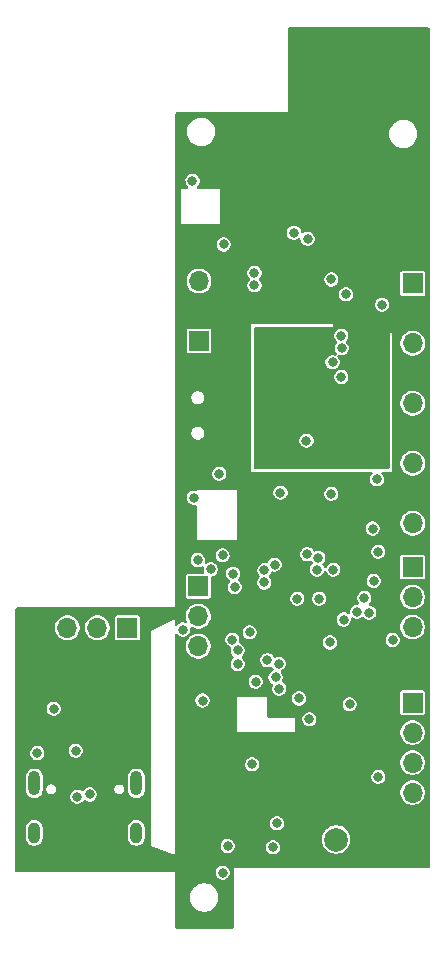
<source format=gbr>
%TF.GenerationSoftware,KiCad,Pcbnew,9.0.0*%
%TF.CreationDate,2026-01-11T16:58:41-05:00*%
%TF.ProjectId,Tiny4FSK,54696e79-3446-4534-9b2e-6b696361645f,rev?*%
%TF.SameCoordinates,Original*%
%TF.FileFunction,Copper,L2,Inr*%
%TF.FilePolarity,Positive*%
%FSLAX46Y46*%
G04 Gerber Fmt 4.6, Leading zero omitted, Abs format (unit mm)*
G04 Created by KiCad (PCBNEW 9.0.0) date 2026-01-11 16:58:41*
%MOMM*%
%LPD*%
G01*
G04 APERTURE LIST*
%TA.AperFunction,ComponentPad*%
%ADD10R,1.700000X1.700000*%
%TD*%
%TA.AperFunction,ComponentPad*%
%ADD11O,1.000000X2.100000*%
%TD*%
%TA.AperFunction,ComponentPad*%
%ADD12O,1.000000X1.800000*%
%TD*%
%TA.AperFunction,ComponentPad*%
%ADD13O,1.700000X1.700000*%
%TD*%
%TA.AperFunction,HeatsinkPad*%
%ADD14C,0.500000*%
%TD*%
%TA.AperFunction,ComponentPad*%
%ADD15C,0.600000*%
%TD*%
%TA.AperFunction,ComponentPad*%
%ADD16C,2.000000*%
%TD*%
%TA.AperFunction,ViaPad*%
%ADD17C,0.800000*%
%TD*%
%TA.AperFunction,ViaPad*%
%ADD18C,0.600000*%
%TD*%
G04 APERTURE END LIST*
D10*
%TO.N,Earth*%
%TO.C,J9*%
X155700000Y-38700000D03*
%TD*%
D11*
%TO.N,Net-(J7-SHIELD)*%
%TO.C,J7*%
X128356776Y-100905139D03*
D12*
X128356776Y-105085139D03*
D11*
X136996776Y-100905139D03*
D12*
X136996776Y-105085139D03*
%TD*%
D10*
%TO.N,D+*%
%TO.C,J4*%
X142250000Y-84210000D03*
D13*
%TO.N,D-*%
X142250000Y-86750000D03*
%TO.N,+3.3V*%
X142250000Y-89290000D03*
%TO.N,Earth*%
X142250000Y-91830000D03*
%TD*%
D10*
%TO.N,+3.3V*%
%TO.C,J3*%
X160380000Y-82590000D03*
D13*
%TO.N,SDA*%
X160380000Y-85130000D03*
%TO.N,SCL*%
X160380000Y-87670000D03*
%TO.N,Earth*%
X160380000Y-90210000D03*
%TD*%
D14*
%TO.N,Earth*%
%TO.C,U6*%
X153500000Y-93000000D03*
X153500000Y-91000000D03*
X151500000Y-93000000D03*
X151500000Y-91000000D03*
%TD*%
D10*
%TO.N,+BATT*%
%TO.C,J1*%
X142294431Y-63452157D03*
D13*
%TO.N,Earth*%
X142294431Y-60912157D03*
%TO.N,+3.3V*%
X142294431Y-58372157D03*
%TD*%
D15*
%TO.N,Earth*%
%TO.C,U3*%
X154385000Y-69255000D03*
X152885000Y-69255000D03*
X153635000Y-69755000D03*
X154385000Y-70255000D03*
X152885000Y-70255000D03*
%TD*%
D16*
%TO.N,Net-(AE2-RF)*%
%TO.C,AE2*%
X153911023Y-105665790D03*
%TO.N,Earth*%
X150696023Y-105665790D03*
X157126023Y-105665790D03*
%TD*%
D10*
%TO.N,D38*%
%TO.C,J2*%
X160400000Y-58580000D03*
D13*
%TO.N,Earth*%
X160400000Y-61120000D03*
%TO.N,D12*%
X160400000Y-63660000D03*
%TO.N,Earth*%
X160400000Y-66200000D03*
%TO.N,D13*%
X160400000Y-68740000D03*
%TO.N,Earth*%
X160400000Y-71280000D03*
%TO.N,A1*%
X160400000Y-73820000D03*
%TO.N,Earth*%
X160400000Y-76360000D03*
%TO.N,A2*%
X160400000Y-78900000D03*
%TD*%
D10*
%TO.N,D+*%
%TO.C,J5*%
X136241300Y-87746215D03*
D13*
%TO.N,D-*%
X133701300Y-87746215D03*
%TO.N,+3.3V*%
X131161300Y-87746215D03*
%TO.N,Earth*%
X128621300Y-87746215D03*
%TD*%
D10*
%TO.N,+3.3V*%
%TO.C,J6*%
X160380000Y-94065000D03*
D13*
%TO.N,MOSI*%
X160380000Y-96605000D03*
%TO.N,MISO*%
X160380000Y-99145000D03*
%TO.N,SCK*%
X160380000Y-101685000D03*
%TO.N,Earth*%
X160380000Y-104225000D03*
%TD*%
D17*
%TO.N,Earth*%
X157000000Y-67750000D03*
X156000000Y-43828369D03*
X152900000Y-73500000D03*
X156510000Y-48038570D03*
X157064640Y-91282624D03*
X156500000Y-45904284D03*
X148400000Y-70600000D03*
X154100761Y-73460013D03*
X140750000Y-64750000D03*
X155000000Y-54200000D03*
X148700000Y-72100000D03*
X146750000Y-60500000D03*
X160950000Y-37748369D03*
X150000000Y-49500000D03*
X130250000Y-103750000D03*
D18*
X130900000Y-95656687D03*
D17*
X160950000Y-39852246D03*
X157398495Y-66500000D03*
X153500000Y-38928369D03*
X143000000Y-98500000D03*
X128750000Y-91000000D03*
X156500000Y-46900000D03*
X153900000Y-44100000D03*
X145750000Y-71500000D03*
X156500000Y-49034284D03*
X154400000Y-40228369D03*
D18*
X127750000Y-89500000D03*
D17*
X152770000Y-95230000D03*
X156510000Y-44771225D03*
X140750000Y-57000000D03*
X152900000Y-37728369D03*
X147075000Y-44500000D03*
X151975936Y-42320206D03*
X154600000Y-45100000D03*
X131500000Y-103750000D03*
X129156247Y-97211402D03*
X155100000Y-76500000D03*
X160950000Y-54267139D03*
X156640503Y-72436099D03*
X157398495Y-63363147D03*
X140750000Y-50000000D03*
X154600000Y-42328369D03*
X156500000Y-54250000D03*
X150300000Y-98400000D03*
X158010000Y-51812856D03*
X142250000Y-69750000D03*
X147900000Y-100000000D03*
X142550000Y-47830000D03*
X151545151Y-85637947D03*
X158010000Y-54878214D03*
X155300000Y-43128369D03*
X152700000Y-100200000D03*
X143000000Y-99750000D03*
X153000000Y-40028369D03*
X157100000Y-57200000D03*
X141000000Y-71250000D03*
X141200000Y-75200000D03*
X145750000Y-72750000D03*
X141150000Y-94370000D03*
X154600000Y-46100000D03*
D18*
X137250000Y-89500000D03*
D17*
X154700000Y-57800000D03*
X144000000Y-44500000D03*
X151300000Y-76100000D03*
X157040000Y-95310000D03*
X158010000Y-53856428D03*
X150300000Y-75100000D03*
X141000000Y-80478020D03*
X141550000Y-47270000D03*
X157040000Y-93270000D03*
X150300000Y-40528369D03*
X158010000Y-52834642D03*
X150200000Y-72100000D03*
X148100000Y-44500000D03*
X157000000Y-102400000D03*
X156300000Y-64000000D03*
X143550000Y-47210000D03*
X151000000Y-49500000D03*
X141250000Y-55000000D03*
X160950000Y-41876123D03*
X157064640Y-92302624D03*
X157398495Y-65454381D03*
X135750000Y-102750000D03*
X157040000Y-94290000D03*
X155800000Y-62800000D03*
X156895000Y-71250000D03*
X153000000Y-43200000D03*
D18*
X137250000Y-90750000D03*
D17*
X160950000Y-50219385D03*
X148800000Y-73300000D03*
X146750000Y-50250000D03*
X157730000Y-37748369D03*
X141900000Y-107600000D03*
X149000000Y-49500000D03*
X141000000Y-68250000D03*
X151700000Y-102600000D03*
X154600000Y-49460000D03*
X148020000Y-49500000D03*
X151223609Y-77300468D03*
X143700000Y-56500000D03*
X154250000Y-79250000D03*
X132750000Y-103750000D03*
X155600000Y-103100000D03*
X152300000Y-39328369D03*
X152300000Y-103400000D03*
X146200000Y-97100000D03*
X135257753Y-94120555D03*
X160950000Y-48195508D03*
X154600000Y-47400000D03*
X141500000Y-79600000D03*
X156500000Y-50030000D03*
X131930000Y-96900000D03*
X152910000Y-97595000D03*
X154600000Y-48460000D03*
X153720000Y-98820000D03*
X156300000Y-87600000D03*
X151700000Y-101100000D03*
X157398495Y-64408764D03*
X152000000Y-49500000D03*
X145305310Y-81505781D03*
X160300000Y-107100000D03*
X150400000Y-38128369D03*
X146050000Y-44500000D03*
X153600000Y-53600000D03*
X153200000Y-49500000D03*
X151200000Y-41400000D03*
X140300000Y-107650000D03*
X129192696Y-95552010D03*
X156100000Y-59500000D03*
X159340000Y-37748369D03*
X160950000Y-52243262D03*
D18*
X137750000Y-96000000D03*
D17*
X158010000Y-55900000D03*
X135250000Y-103750000D03*
X146025000Y-92300000D03*
X154770000Y-98810000D03*
X157190000Y-97230000D03*
X148173772Y-76314833D03*
X134000000Y-103750000D03*
X160950000Y-43900000D03*
X145025000Y-44500000D03*
X129500000Y-102750000D03*
%TO.N,+3.3V*%
X154377605Y-64069111D03*
X149200000Y-76300000D03*
X153607500Y-65255000D03*
X156700000Y-86467500D03*
X146800000Y-99300000D03*
X148568663Y-106320748D03*
X154357500Y-63000000D03*
X153390002Y-88978107D03*
X154357500Y-66505000D03*
X144390000Y-55280000D03*
X141848000Y-76730000D03*
X130000000Y-94600000D03*
X144307081Y-81600000D03*
X153500000Y-76400000D03*
X157475000Y-81300000D03*
X150615305Y-85270000D03*
X154750000Y-59500000D03*
X151400000Y-71900000D03*
X147100000Y-92300000D03*
X158700000Y-88767500D03*
%TO.N,GPIO1*%
X146597024Y-88127670D03*
X148088612Y-90479669D03*
%TO.N,RF_RST*%
X145575000Y-89646586D03*
X140950000Y-87890000D03*
X143304168Y-82785832D03*
X149040055Y-90787500D03*
%TO.N,SCK*%
X148778661Y-91930002D03*
%TO.N,MISO*%
X149087390Y-92887767D03*
X152475000Y-85269998D03*
%TO.N,MOSI*%
X145575000Y-90800000D03*
X157490000Y-100360000D03*
%TO.N,RF_SS*%
X150775000Y-93720000D03*
X156297591Y-85220260D03*
%TO.N,SDA*%
X157090636Y-83775330D03*
%TO.N,SCL*%
X141746063Y-49911322D03*
X157806556Y-60385147D03*
X157000000Y-79337500D03*
%TO.N,SWDIO*%
X147822340Y-82874802D03*
%TO.N,SWCLK*%
X148696470Y-82389104D03*
%TO.N,nRST*%
X147820789Y-83897149D03*
X142600000Y-93900000D03*
%TO.N,A1*%
X145174927Y-83163304D03*
%TO.N,A2*%
X145319484Y-84285581D03*
%TO.N,D+*%
X133052482Y-101849196D03*
%TO.N,D-*%
X132000000Y-102050000D03*
%TO.N,SUCCESS*%
X145125000Y-88750000D03*
X144725178Y-106221176D03*
%TO.N,ERROR*%
X144312775Y-108469464D03*
X148900000Y-104300000D03*
X151640000Y-95480000D03*
X154562653Y-87037347D03*
%TO.N,SDN*%
X155052263Y-94223043D03*
X155703538Y-86383424D03*
%TO.N,D13*%
X153675001Y-82823388D03*
%TO.N,D12*%
X157363639Y-75173639D03*
%TO.N,+BATT*%
X147000000Y-58750000D03*
X147000000Y-57700000D03*
X144025000Y-74699191D03*
%TO.N,TXD*%
X151460304Y-81504999D03*
X151509790Y-54809991D03*
%TO.N,RXD*%
X150340626Y-54300000D03*
X152406925Y-81827358D03*
%TO.N,GPS_EN*%
X142200000Y-82000000D03*
X153500000Y-58250000D03*
%TO.N,USB*%
X128600000Y-98333575D03*
X131870000Y-98150000D03*
%TO.N,D38*%
X152300000Y-82824750D03*
%TD*%
%TA.AperFunction,Conductor*%
%TO.N,Earth*%
G36*
X161792539Y-36920185D02*
G01*
X161838294Y-36972989D01*
X161849500Y-37024500D01*
X161849500Y-107975500D01*
X161829815Y-108042539D01*
X161777011Y-108088294D01*
X161725500Y-108099500D01*
X145249792Y-108099500D01*
X145249500Y-108099792D01*
X145249500Y-113075500D01*
X145229815Y-113142539D01*
X145177011Y-113188294D01*
X145125500Y-113199500D01*
X140424500Y-113199500D01*
X140357461Y-113179815D01*
X140311706Y-113127011D01*
X140300500Y-113075500D01*
X140300500Y-110482072D01*
X141539804Y-110482072D01*
X141539804Y-110671045D01*
X141569363Y-110857677D01*
X141627758Y-111037395D01*
X141713544Y-111205758D01*
X141824614Y-111358632D01*
X141958231Y-111492249D01*
X142111105Y-111603319D01*
X142190651Y-111643849D01*
X142279467Y-111689104D01*
X142279469Y-111689104D01*
X142279472Y-111689106D01*
X142375801Y-111720405D01*
X142459185Y-111747499D01*
X142645818Y-111777059D01*
X142645823Y-111777059D01*
X142834790Y-111777059D01*
X143021422Y-111747499D01*
X143201136Y-111689106D01*
X143369503Y-111603319D01*
X143522377Y-111492249D01*
X143655994Y-111358632D01*
X143767064Y-111205758D01*
X143852851Y-111037391D01*
X143911244Y-110857677D01*
X143940804Y-110671045D01*
X143940804Y-110482072D01*
X143911244Y-110295440D01*
X143852849Y-110115722D01*
X143767063Y-109947359D01*
X143655994Y-109794486D01*
X143522377Y-109660869D01*
X143369503Y-109549799D01*
X143201140Y-109464013D01*
X143021422Y-109405618D01*
X142834790Y-109376059D01*
X142834785Y-109376059D01*
X142645823Y-109376059D01*
X142645818Y-109376059D01*
X142459185Y-109405618D01*
X142279467Y-109464013D01*
X142111104Y-109549799D01*
X142023883Y-109613169D01*
X141958231Y-109660869D01*
X141958229Y-109660871D01*
X141958228Y-109660871D01*
X141824616Y-109794483D01*
X141824616Y-109794484D01*
X141824614Y-109794486D01*
X141776914Y-109860138D01*
X141713544Y-109947359D01*
X141627758Y-110115722D01*
X141569363Y-110295440D01*
X141539804Y-110482072D01*
X140300500Y-110482072D01*
X140300500Y-108449793D01*
X140300207Y-108449500D01*
X126874500Y-108449500D01*
X126807461Y-108429815D01*
X126773314Y-108390407D01*
X143712275Y-108390407D01*
X143712275Y-108548520D01*
X143753198Y-108701247D01*
X143753201Y-108701254D01*
X143832250Y-108838173D01*
X143832254Y-108838178D01*
X143832255Y-108838180D01*
X143944059Y-108949984D01*
X143944061Y-108949985D01*
X143944065Y-108949988D01*
X144080984Y-109029037D01*
X144080991Y-109029041D01*
X144233718Y-109069964D01*
X144233720Y-109069964D01*
X144391830Y-109069964D01*
X144391832Y-109069964D01*
X144544559Y-109029041D01*
X144681491Y-108949984D01*
X144793295Y-108838180D01*
X144872352Y-108701248D01*
X144913275Y-108548521D01*
X144913275Y-108390407D01*
X144872352Y-108237680D01*
X144872348Y-108237673D01*
X144793299Y-108100754D01*
X144793293Y-108100746D01*
X144681492Y-107988945D01*
X144681484Y-107988939D01*
X144544565Y-107909890D01*
X144544561Y-107909888D01*
X144544559Y-107909887D01*
X144391832Y-107868964D01*
X144233718Y-107868964D01*
X144080991Y-107909887D01*
X144080984Y-107909890D01*
X143944065Y-107988939D01*
X143944057Y-107988945D01*
X143832256Y-108100746D01*
X143832250Y-108100754D01*
X143753201Y-108237673D01*
X143753198Y-108237680D01*
X143712275Y-108390407D01*
X126773314Y-108390407D01*
X126761706Y-108377011D01*
X126750500Y-108325500D01*
X126750500Y-105554134D01*
X127656275Y-105554134D01*
X127683194Y-105689461D01*
X127683197Y-105689471D01*
X127735997Y-105816943D01*
X127736004Y-105816956D01*
X127812661Y-105931680D01*
X127812664Y-105931684D01*
X127910230Y-106029250D01*
X127910234Y-106029253D01*
X128024958Y-106105910D01*
X128024971Y-106105917D01*
X128152443Y-106158717D01*
X128152448Y-106158719D01*
X128152452Y-106158719D01*
X128152453Y-106158720D01*
X128287780Y-106185639D01*
X128287783Y-106185639D01*
X128425771Y-106185639D01*
X128516817Y-106167528D01*
X128561104Y-106158719D01*
X128688587Y-106105914D01*
X128803318Y-106029253D01*
X128900890Y-105931681D01*
X128977551Y-105816950D01*
X129030356Y-105689467D01*
X129039165Y-105645180D01*
X129057276Y-105554134D01*
X136296275Y-105554134D01*
X136323194Y-105689461D01*
X136323197Y-105689471D01*
X136375997Y-105816943D01*
X136376004Y-105816956D01*
X136452661Y-105931680D01*
X136452664Y-105931684D01*
X136550230Y-106029250D01*
X136550234Y-106029253D01*
X136664958Y-106105910D01*
X136664971Y-106105917D01*
X136792443Y-106158717D01*
X136792448Y-106158719D01*
X136792452Y-106158719D01*
X136792453Y-106158720D01*
X136927780Y-106185639D01*
X136927783Y-106185639D01*
X137065771Y-106185639D01*
X137087639Y-106181289D01*
X138248785Y-106181289D01*
X138249420Y-106198933D01*
X138249420Y-106198935D01*
X138249465Y-106200193D01*
X138249499Y-106200272D01*
X138249630Y-106200393D01*
X138249631Y-106200395D01*
X138249632Y-106200395D01*
X138249743Y-106200498D01*
X138250706Y-106200878D01*
X138267210Y-106207714D01*
X138270964Y-106208395D01*
X140246712Y-106949301D01*
X140246814Y-106949339D01*
X140249726Y-106950433D01*
X140249793Y-106950500D01*
X140249903Y-106950500D01*
X140250049Y-106950555D01*
X140250072Y-106950555D01*
X140250203Y-106950500D01*
X140250207Y-106950500D01*
X140250209Y-106950497D01*
X140250318Y-106950452D01*
X140250394Y-106950369D01*
X140250396Y-106950369D01*
X140250396Y-106950367D01*
X140250546Y-106950207D01*
X140250559Y-106950174D01*
X140250500Y-106946671D01*
X140250500Y-106142119D01*
X144124678Y-106142119D01*
X144124678Y-106300233D01*
X144164236Y-106447863D01*
X144165601Y-106452959D01*
X144165604Y-106452966D01*
X144244653Y-106589885D01*
X144244657Y-106589890D01*
X144244658Y-106589892D01*
X144356462Y-106701696D01*
X144356464Y-106701697D01*
X144356468Y-106701700D01*
X144489206Y-106778335D01*
X144493394Y-106780753D01*
X144646121Y-106821676D01*
X144646123Y-106821676D01*
X144804233Y-106821676D01*
X144804235Y-106821676D01*
X144956962Y-106780753D01*
X145093894Y-106701696D01*
X145205698Y-106589892D01*
X145284755Y-106452960D01*
X145325678Y-106300233D01*
X145325678Y-106241691D01*
X147968163Y-106241691D01*
X147968163Y-106399805D01*
X147982408Y-106452966D01*
X148009086Y-106552531D01*
X148009089Y-106552538D01*
X148088138Y-106689457D01*
X148088142Y-106689462D01*
X148088143Y-106689464D01*
X148199947Y-106801268D01*
X148199949Y-106801269D01*
X148199953Y-106801272D01*
X148312569Y-106866290D01*
X148336879Y-106880325D01*
X148489606Y-106921248D01*
X148489608Y-106921248D01*
X148647718Y-106921248D01*
X148647720Y-106921248D01*
X148800447Y-106880325D01*
X148937379Y-106801268D01*
X149049183Y-106689464D01*
X149128240Y-106552532D01*
X149169163Y-106399805D01*
X149169163Y-106241691D01*
X149128240Y-106088964D01*
X149093766Y-106029253D01*
X149049187Y-105952038D01*
X149049181Y-105952030D01*
X148937380Y-105840229D01*
X148937372Y-105840223D01*
X148800453Y-105761174D01*
X148800449Y-105761172D01*
X148800447Y-105761171D01*
X148647720Y-105720248D01*
X148489606Y-105720248D01*
X148336879Y-105761171D01*
X148336872Y-105761174D01*
X148199953Y-105840223D01*
X148199945Y-105840229D01*
X148088144Y-105952030D01*
X148088138Y-105952038D01*
X148009089Y-106088957D01*
X148009086Y-106088964D01*
X147968163Y-106241691D01*
X145325678Y-106241691D01*
X145325678Y-106142119D01*
X145284755Y-105989392D01*
X145263189Y-105952038D01*
X145205702Y-105852466D01*
X145205696Y-105852458D01*
X145093895Y-105740657D01*
X145093890Y-105740653D01*
X144978139Y-105673825D01*
X144978138Y-105673825D01*
X144956962Y-105661599D01*
X144804235Y-105620676D01*
X144646121Y-105620676D01*
X144493394Y-105661599D01*
X144493387Y-105661602D01*
X144356468Y-105740651D01*
X144356460Y-105740657D01*
X144244659Y-105852458D01*
X144244653Y-105852466D01*
X144165604Y-105989385D01*
X144165601Y-105989392D01*
X144124678Y-106142119D01*
X140250500Y-106142119D01*
X140250500Y-105571303D01*
X152710523Y-105571303D01*
X152710523Y-105760276D01*
X152740082Y-105946908D01*
X152798477Y-106126626D01*
X152836311Y-106200878D01*
X152884263Y-106294989D01*
X152995333Y-106447863D01*
X153128950Y-106581480D01*
X153281824Y-106692550D01*
X153361370Y-106733080D01*
X153450186Y-106778335D01*
X153450188Y-106778335D01*
X153450191Y-106778337D01*
X153546520Y-106809636D01*
X153629904Y-106836730D01*
X153816537Y-106866290D01*
X153816542Y-106866290D01*
X154005509Y-106866290D01*
X154192141Y-106836730D01*
X154238475Y-106821675D01*
X154371855Y-106778337D01*
X154540222Y-106692550D01*
X154693096Y-106581480D01*
X154826713Y-106447863D01*
X154937783Y-106294989D01*
X155023570Y-106126622D01*
X155081963Y-105946908D01*
X155096922Y-105852460D01*
X155111523Y-105760276D01*
X155111523Y-105571303D01*
X155081963Y-105384671D01*
X155023568Y-105204953D01*
X154937782Y-105036590D01*
X154826713Y-104883717D01*
X154693096Y-104750100D01*
X154540222Y-104639030D01*
X154371859Y-104553244D01*
X154192141Y-104494849D01*
X154005509Y-104465290D01*
X154005504Y-104465290D01*
X153816542Y-104465290D01*
X153816537Y-104465290D01*
X153629904Y-104494849D01*
X153450186Y-104553244D01*
X153281823Y-104639030D01*
X153194602Y-104702400D01*
X153128950Y-104750100D01*
X153128948Y-104750102D01*
X153128947Y-104750102D01*
X152995335Y-104883714D01*
X152995335Y-104883715D01*
X152995333Y-104883717D01*
X152947633Y-104949369D01*
X152884263Y-105036590D01*
X152798477Y-105204953D01*
X152740082Y-105384671D01*
X152710523Y-105571303D01*
X140250500Y-105571303D01*
X140250500Y-104220943D01*
X148299500Y-104220943D01*
X148299500Y-104379057D01*
X148330527Y-104494849D01*
X148340423Y-104531783D01*
X148340426Y-104531790D01*
X148419475Y-104668709D01*
X148419479Y-104668714D01*
X148419480Y-104668716D01*
X148531284Y-104780520D01*
X148531286Y-104780521D01*
X148531290Y-104780524D01*
X148668209Y-104859573D01*
X148668216Y-104859577D01*
X148820943Y-104900500D01*
X148820945Y-104900500D01*
X148979055Y-104900500D01*
X148979057Y-104900500D01*
X149131784Y-104859577D01*
X149268716Y-104780520D01*
X149380520Y-104668716D01*
X149459577Y-104531784D01*
X149500500Y-104379057D01*
X149500500Y-104220943D01*
X149459577Y-104068216D01*
X149426867Y-104011560D01*
X149380524Y-103931290D01*
X149380518Y-103931282D01*
X149268717Y-103819481D01*
X149268709Y-103819475D01*
X149131790Y-103740426D01*
X149131786Y-103740424D01*
X149131784Y-103740423D01*
X148979057Y-103699500D01*
X148820943Y-103699500D01*
X148668216Y-103740423D01*
X148668209Y-103740426D01*
X148531290Y-103819475D01*
X148531282Y-103819481D01*
X148419481Y-103931282D01*
X148419475Y-103931290D01*
X148340426Y-104068209D01*
X148340423Y-104068216D01*
X148299500Y-104220943D01*
X140250500Y-104220943D01*
X140250500Y-101581530D01*
X159329500Y-101581530D01*
X159329500Y-101788469D01*
X159369868Y-101991412D01*
X159369870Y-101991420D01*
X159449058Y-102182596D01*
X159564024Y-102354657D01*
X159710342Y-102500975D01*
X159710345Y-102500977D01*
X159882402Y-102615941D01*
X160073580Y-102695130D01*
X160276530Y-102735499D01*
X160276534Y-102735500D01*
X160276535Y-102735500D01*
X160483466Y-102735500D01*
X160483467Y-102735499D01*
X160686420Y-102695130D01*
X160877598Y-102615941D01*
X161049655Y-102500977D01*
X161195977Y-102354655D01*
X161310941Y-102182598D01*
X161390130Y-101991420D01*
X161430500Y-101788465D01*
X161430500Y-101581535D01*
X161390130Y-101378580D01*
X161310941Y-101187402D01*
X161195977Y-101015345D01*
X161195975Y-101015342D01*
X161049657Y-100869024D01*
X160963626Y-100811541D01*
X160877598Y-100754059D01*
X160816417Y-100728717D01*
X160686420Y-100674870D01*
X160686412Y-100674868D01*
X160483469Y-100634500D01*
X160483465Y-100634500D01*
X160276535Y-100634500D01*
X160276530Y-100634500D01*
X160073587Y-100674868D01*
X160073579Y-100674870D01*
X159882403Y-100754058D01*
X159710342Y-100869024D01*
X159564024Y-101015342D01*
X159449058Y-101187403D01*
X159369870Y-101378579D01*
X159369868Y-101378587D01*
X159329500Y-101581530D01*
X140250500Y-101581530D01*
X140250500Y-100280943D01*
X156889500Y-100280943D01*
X156889500Y-100439056D01*
X156930423Y-100591783D01*
X156930426Y-100591790D01*
X157009475Y-100728709D01*
X157009479Y-100728714D01*
X157009480Y-100728716D01*
X157121284Y-100840520D01*
X157121286Y-100840521D01*
X157121290Y-100840524D01*
X157258209Y-100919573D01*
X157258216Y-100919577D01*
X157410943Y-100960500D01*
X157410945Y-100960500D01*
X157569055Y-100960500D01*
X157569057Y-100960500D01*
X157721784Y-100919577D01*
X157858716Y-100840520D01*
X157970520Y-100728716D01*
X158049577Y-100591784D01*
X158090500Y-100439057D01*
X158090500Y-100280943D01*
X158049577Y-100128216D01*
X158049573Y-100128209D01*
X157970524Y-99991290D01*
X157970518Y-99991282D01*
X157858717Y-99879481D01*
X157858709Y-99879475D01*
X157721790Y-99800426D01*
X157721786Y-99800424D01*
X157721784Y-99800423D01*
X157569057Y-99759500D01*
X157410943Y-99759500D01*
X157258216Y-99800423D01*
X157258209Y-99800426D01*
X157121290Y-99879475D01*
X157121282Y-99879481D01*
X157009481Y-99991282D01*
X157009475Y-99991290D01*
X156930426Y-100128209D01*
X156930423Y-100128216D01*
X156889500Y-100280943D01*
X140250500Y-100280943D01*
X140250500Y-99220943D01*
X146199500Y-99220943D01*
X146199500Y-99379057D01*
X146218888Y-99451412D01*
X146240423Y-99531783D01*
X146240426Y-99531790D01*
X146319475Y-99668709D01*
X146319479Y-99668714D01*
X146319480Y-99668716D01*
X146431284Y-99780520D01*
X146431286Y-99780521D01*
X146431290Y-99780524D01*
X146568209Y-99859573D01*
X146568216Y-99859577D01*
X146720943Y-99900500D01*
X146720945Y-99900500D01*
X146879055Y-99900500D01*
X146879057Y-99900500D01*
X147031784Y-99859577D01*
X147168716Y-99780520D01*
X147280520Y-99668716D01*
X147359577Y-99531784D01*
X147400500Y-99379057D01*
X147400500Y-99220943D01*
X147359577Y-99068216D01*
X147344170Y-99041530D01*
X159329500Y-99041530D01*
X159329500Y-99248469D01*
X159369868Y-99451412D01*
X159369870Y-99451420D01*
X159403160Y-99531790D01*
X159449059Y-99642598D01*
X159506541Y-99728626D01*
X159564024Y-99814657D01*
X159710342Y-99960975D01*
X159710345Y-99960977D01*
X159882402Y-100075941D01*
X160073580Y-100155130D01*
X160276530Y-100195499D01*
X160276534Y-100195500D01*
X160276535Y-100195500D01*
X160483466Y-100195500D01*
X160483467Y-100195499D01*
X160686420Y-100155130D01*
X160877598Y-100075941D01*
X161049655Y-99960977D01*
X161195977Y-99814655D01*
X161310941Y-99642598D01*
X161390130Y-99451420D01*
X161430500Y-99248465D01*
X161430500Y-99041535D01*
X161390130Y-98838580D01*
X161310941Y-98647402D01*
X161195977Y-98475345D01*
X161195975Y-98475342D01*
X161049657Y-98329024D01*
X160963626Y-98271541D01*
X160877598Y-98214059D01*
X160686420Y-98134870D01*
X160686412Y-98134868D01*
X160483469Y-98094500D01*
X160483465Y-98094500D01*
X160276535Y-98094500D01*
X160276530Y-98094500D01*
X160073587Y-98134868D01*
X160073579Y-98134870D01*
X159882403Y-98214058D01*
X159710342Y-98329024D01*
X159564024Y-98475342D01*
X159449058Y-98647403D01*
X159369870Y-98838579D01*
X159369868Y-98838587D01*
X159329500Y-99041530D01*
X147344170Y-99041530D01*
X147280524Y-98931290D01*
X147280518Y-98931282D01*
X147168717Y-98819481D01*
X147168709Y-98819475D01*
X147031790Y-98740426D01*
X147031786Y-98740424D01*
X147031784Y-98740423D01*
X146879057Y-98699500D01*
X146720943Y-98699500D01*
X146568216Y-98740423D01*
X146568209Y-98740426D01*
X146431290Y-98819475D01*
X146431282Y-98819481D01*
X146319481Y-98931282D01*
X146319475Y-98931290D01*
X146240426Y-99068209D01*
X146240423Y-99068216D01*
X146199500Y-99220943D01*
X140250500Y-99220943D01*
X140250500Y-96600000D01*
X145500000Y-96600000D01*
X150400000Y-96600000D01*
X150400000Y-96501530D01*
X159329500Y-96501530D01*
X159329500Y-96708469D01*
X159369868Y-96911412D01*
X159369870Y-96911420D01*
X159449058Y-97102596D01*
X159564024Y-97274657D01*
X159710342Y-97420975D01*
X159710345Y-97420977D01*
X159882402Y-97535941D01*
X160073580Y-97615130D01*
X160276530Y-97655499D01*
X160276534Y-97655500D01*
X160276535Y-97655500D01*
X160483466Y-97655500D01*
X160483467Y-97655499D01*
X160686420Y-97615130D01*
X160877598Y-97535941D01*
X161049655Y-97420977D01*
X161195977Y-97274655D01*
X161310941Y-97102598D01*
X161390130Y-96911420D01*
X161430500Y-96708465D01*
X161430500Y-96501535D01*
X161390130Y-96298580D01*
X161310941Y-96107402D01*
X161195977Y-95935345D01*
X161195975Y-95935342D01*
X161049657Y-95789024D01*
X160934056Y-95711783D01*
X160877598Y-95674059D01*
X160686420Y-95594870D01*
X160686412Y-95594868D01*
X160483469Y-95554500D01*
X160483465Y-95554500D01*
X160276535Y-95554500D01*
X160276530Y-95554500D01*
X160073587Y-95594868D01*
X160073579Y-95594870D01*
X159882403Y-95674058D01*
X159710342Y-95789024D01*
X159564024Y-95935342D01*
X159449058Y-96107403D01*
X159369870Y-96298579D01*
X159369868Y-96298587D01*
X159329500Y-96501530D01*
X150400000Y-96501530D01*
X150400000Y-95400943D01*
X151039500Y-95400943D01*
X151039500Y-95559057D01*
X151070315Y-95674058D01*
X151080423Y-95711783D01*
X151080426Y-95711790D01*
X151159475Y-95848709D01*
X151159479Y-95848714D01*
X151159480Y-95848716D01*
X151271284Y-95960520D01*
X151271286Y-95960521D01*
X151271290Y-95960524D01*
X151408209Y-96039573D01*
X151408216Y-96039577D01*
X151560943Y-96080500D01*
X151560945Y-96080500D01*
X151719055Y-96080500D01*
X151719057Y-96080500D01*
X151871784Y-96039577D01*
X152008716Y-95960520D01*
X152120520Y-95848716D01*
X152199577Y-95711784D01*
X152240500Y-95559057D01*
X152240500Y-95400943D01*
X152199577Y-95248216D01*
X152199573Y-95248209D01*
X152120524Y-95111290D01*
X152120518Y-95111282D01*
X152008717Y-94999481D01*
X152008709Y-94999475D01*
X151871790Y-94920426D01*
X151871786Y-94920424D01*
X151871784Y-94920423D01*
X151719057Y-94879500D01*
X151560943Y-94879500D01*
X151408216Y-94920423D01*
X151408209Y-94920426D01*
X151271290Y-94999475D01*
X151271282Y-94999481D01*
X151159481Y-95111282D01*
X151159475Y-95111290D01*
X151080426Y-95248209D01*
X151080423Y-95248216D01*
X151039500Y-95400943D01*
X150400000Y-95400943D01*
X150400000Y-95400000D01*
X148224000Y-95400000D01*
X148156961Y-95380315D01*
X148111206Y-95327511D01*
X148100000Y-95276000D01*
X148100000Y-93640943D01*
X150174500Y-93640943D01*
X150174500Y-93799057D01*
X150180365Y-93820943D01*
X150215423Y-93951783D01*
X150215426Y-93951790D01*
X150294475Y-94088709D01*
X150294479Y-94088714D01*
X150294480Y-94088716D01*
X150406284Y-94200520D01*
X150406286Y-94200521D01*
X150406290Y-94200524D01*
X150524392Y-94268709D01*
X150543216Y-94279577D01*
X150695943Y-94320500D01*
X150695945Y-94320500D01*
X150854055Y-94320500D01*
X150854057Y-94320500D01*
X151006784Y-94279577D01*
X151143716Y-94200520D01*
X151200250Y-94143986D01*
X154451763Y-94143986D01*
X154451763Y-94302100D01*
X154456694Y-94320500D01*
X154492686Y-94454826D01*
X154492689Y-94454833D01*
X154571738Y-94591752D01*
X154571742Y-94591757D01*
X154571743Y-94591759D01*
X154683547Y-94703563D01*
X154683549Y-94703564D01*
X154683553Y-94703567D01*
X154820472Y-94782616D01*
X154820479Y-94782620D01*
X154973206Y-94823543D01*
X154973208Y-94823543D01*
X155131318Y-94823543D01*
X155131320Y-94823543D01*
X155284047Y-94782620D01*
X155420979Y-94703563D01*
X155532783Y-94591759D01*
X155611840Y-94454827D01*
X155652763Y-94302100D01*
X155652763Y-94143986D01*
X155611840Y-93991259D01*
X155589049Y-93951783D01*
X155532787Y-93854333D01*
X155532781Y-93854325D01*
X155420980Y-93742524D01*
X155420972Y-93742518D01*
X155284053Y-93663469D01*
X155284049Y-93663467D01*
X155284047Y-93663466D01*
X155131320Y-93622543D01*
X154973206Y-93622543D01*
X154820479Y-93663466D01*
X154820472Y-93663469D01*
X154683553Y-93742518D01*
X154683545Y-93742524D01*
X154571744Y-93854325D01*
X154571738Y-93854333D01*
X154492689Y-93991252D01*
X154492686Y-93991259D01*
X154451763Y-94143986D01*
X151200250Y-94143986D01*
X151255520Y-94088716D01*
X151334577Y-93951784D01*
X151375500Y-93799057D01*
X151375500Y-93640943D01*
X151334577Y-93488216D01*
X151310979Y-93447343D01*
X151255524Y-93351290D01*
X151255518Y-93351282D01*
X151143717Y-93239481D01*
X151143709Y-93239475D01*
X151067103Y-93195247D01*
X159329500Y-93195247D01*
X159329500Y-94934752D01*
X159341131Y-94993229D01*
X159341132Y-94993230D01*
X159385447Y-95059552D01*
X159451769Y-95103867D01*
X159451770Y-95103868D01*
X159510247Y-95115499D01*
X159510250Y-95115500D01*
X159510252Y-95115500D01*
X161249750Y-95115500D01*
X161249751Y-95115499D01*
X161264568Y-95112552D01*
X161308229Y-95103868D01*
X161308229Y-95103867D01*
X161308231Y-95103867D01*
X161374552Y-95059552D01*
X161418867Y-94993231D01*
X161418867Y-94993229D01*
X161418868Y-94993229D01*
X161430499Y-94934752D01*
X161430500Y-94934750D01*
X161430500Y-93195249D01*
X161430499Y-93195247D01*
X161418868Y-93136770D01*
X161418867Y-93136769D01*
X161374552Y-93070447D01*
X161308230Y-93026132D01*
X161308229Y-93026131D01*
X161249752Y-93014500D01*
X161249748Y-93014500D01*
X159510252Y-93014500D01*
X159510247Y-93014500D01*
X159451770Y-93026131D01*
X159451769Y-93026132D01*
X159385447Y-93070447D01*
X159341132Y-93136769D01*
X159341131Y-93136770D01*
X159329500Y-93195247D01*
X151067103Y-93195247D01*
X151006790Y-93160426D01*
X151006786Y-93160424D01*
X151006784Y-93160423D01*
X150854057Y-93119500D01*
X150695943Y-93119500D01*
X150543216Y-93160423D01*
X150543209Y-93160426D01*
X150406290Y-93239475D01*
X150406282Y-93239481D01*
X150294481Y-93351282D01*
X150294475Y-93351290D01*
X150215426Y-93488209D01*
X150215423Y-93488216D01*
X150174500Y-93640943D01*
X148100000Y-93640943D01*
X148100000Y-93600000D01*
X145500000Y-93600000D01*
X145500000Y-96600000D01*
X140250500Y-96600000D01*
X140250500Y-93820943D01*
X141999500Y-93820943D01*
X141999500Y-93979057D01*
X142037127Y-94119481D01*
X142040423Y-94131783D01*
X142040426Y-94131790D01*
X142119475Y-94268709D01*
X142119479Y-94268714D01*
X142119480Y-94268716D01*
X142231284Y-94380520D01*
X142231286Y-94380521D01*
X142231290Y-94380524D01*
X142359987Y-94454826D01*
X142368216Y-94459577D01*
X142520943Y-94500500D01*
X142520945Y-94500500D01*
X142679055Y-94500500D01*
X142679057Y-94500500D01*
X142831784Y-94459577D01*
X142968716Y-94380520D01*
X143080520Y-94268716D01*
X143159577Y-94131784D01*
X143200500Y-93979057D01*
X143200500Y-93820943D01*
X143159577Y-93668216D01*
X143120193Y-93600000D01*
X143080522Y-93531287D01*
X143080518Y-93531282D01*
X142968717Y-93419481D01*
X142968709Y-93419475D01*
X142831790Y-93340426D01*
X142831786Y-93340424D01*
X142831784Y-93340423D01*
X142679057Y-93299500D01*
X142520943Y-93299500D01*
X142368216Y-93340423D01*
X142368209Y-93340426D01*
X142231290Y-93419475D01*
X142231282Y-93419481D01*
X142119481Y-93531282D01*
X142119475Y-93531290D01*
X142040426Y-93668209D01*
X142040423Y-93668216D01*
X141999500Y-93820943D01*
X140250500Y-93820943D01*
X140250500Y-92220943D01*
X146499500Y-92220943D01*
X146499500Y-92379057D01*
X146521437Y-92460925D01*
X146540423Y-92531783D01*
X146540426Y-92531790D01*
X146619475Y-92668709D01*
X146619479Y-92668714D01*
X146619480Y-92668716D01*
X146731284Y-92780520D01*
X146731286Y-92780521D01*
X146731290Y-92780524D01*
X146780114Y-92808712D01*
X146868216Y-92859577D01*
X147020943Y-92900500D01*
X147020945Y-92900500D01*
X147179055Y-92900500D01*
X147179057Y-92900500D01*
X147331784Y-92859577D01*
X147468716Y-92780520D01*
X147580520Y-92668716D01*
X147659577Y-92531784D01*
X147700500Y-92379057D01*
X147700500Y-92220943D01*
X147659577Y-92068216D01*
X147625423Y-92009059D01*
X147580524Y-91931290D01*
X147580518Y-91931282D01*
X147468717Y-91819481D01*
X147468709Y-91819475D01*
X147331790Y-91740426D01*
X147331786Y-91740424D01*
X147331784Y-91740423D01*
X147179057Y-91699500D01*
X147020943Y-91699500D01*
X146868216Y-91740423D01*
X146868209Y-91740426D01*
X146731290Y-91819475D01*
X146731282Y-91819481D01*
X146619481Y-91931282D01*
X146619475Y-91931290D01*
X146540426Y-92068209D01*
X146540423Y-92068216D01*
X146499500Y-92220943D01*
X140250500Y-92220943D01*
X140250500Y-89186530D01*
X141199500Y-89186530D01*
X141199500Y-89393469D01*
X141239868Y-89596412D01*
X141239870Y-89596420D01*
X141319058Y-89787596D01*
X141434024Y-89959657D01*
X141580342Y-90105975D01*
X141580345Y-90105977D01*
X141752402Y-90220941D01*
X141943580Y-90300130D01*
X142146530Y-90340499D01*
X142146534Y-90340500D01*
X142146535Y-90340500D01*
X142353466Y-90340500D01*
X142353467Y-90340499D01*
X142556420Y-90300130D01*
X142747598Y-90220941D01*
X142919655Y-90105977D01*
X143065977Y-89959655D01*
X143180941Y-89787598D01*
X143260130Y-89596420D01*
X143300500Y-89393465D01*
X143300500Y-89186535D01*
X143260130Y-88983580D01*
X143180941Y-88792402D01*
X143099785Y-88670943D01*
X144524500Y-88670943D01*
X144524500Y-88829057D01*
X144562679Y-88971541D01*
X144565423Y-88981783D01*
X144565426Y-88981790D01*
X144644475Y-89118709D01*
X144644479Y-89118714D01*
X144644480Y-89118716D01*
X144756284Y-89230520D01*
X144756286Y-89230521D01*
X144756290Y-89230524D01*
X144893209Y-89309573D01*
X144893216Y-89309577D01*
X144913767Y-89315083D01*
X144973427Y-89351447D01*
X145003957Y-89414294D01*
X145001449Y-89466950D01*
X144974500Y-89567527D01*
X144974500Y-89725642D01*
X145015423Y-89878369D01*
X145015426Y-89878376D01*
X145094475Y-90015295D01*
X145094481Y-90015303D01*
X145212031Y-90132853D01*
X145210411Y-90134472D01*
X145244638Y-90181354D01*
X145248787Y-90251101D01*
X145214570Y-90312018D01*
X145208397Y-90317366D01*
X145094481Y-90431282D01*
X145094475Y-90431290D01*
X145015426Y-90568209D01*
X145015423Y-90568216D01*
X144974500Y-90720943D01*
X144974500Y-90879057D01*
X145012076Y-91019290D01*
X145015423Y-91031783D01*
X145015426Y-91031790D01*
X145094475Y-91168709D01*
X145094479Y-91168714D01*
X145094480Y-91168716D01*
X145206284Y-91280520D01*
X145206286Y-91280521D01*
X145206290Y-91280524D01*
X145339508Y-91357436D01*
X145343216Y-91359577D01*
X145495943Y-91400500D01*
X145495945Y-91400500D01*
X145654055Y-91400500D01*
X145654057Y-91400500D01*
X145806784Y-91359577D01*
X145943716Y-91280520D01*
X146055520Y-91168716D01*
X146134577Y-91031784D01*
X146175500Y-90879057D01*
X146175500Y-90720943D01*
X146134577Y-90568216D01*
X146055520Y-90431284D01*
X146024848Y-90400612D01*
X147488112Y-90400612D01*
X147488112Y-90558726D01*
X147528229Y-90708443D01*
X147529035Y-90711452D01*
X147529038Y-90711459D01*
X147608087Y-90848378D01*
X147608091Y-90848383D01*
X147608092Y-90848385D01*
X147719896Y-90960189D01*
X147719898Y-90960190D01*
X147719902Y-90960193D01*
X147843903Y-91031784D01*
X147856828Y-91039246D01*
X148009555Y-91080169D01*
X148009557Y-91080169D01*
X148167667Y-91080169D01*
X148167669Y-91080169D01*
X148320396Y-91039246D01*
X148341713Y-91026938D01*
X148346337Y-91025816D01*
X148349870Y-91022625D01*
X148379963Y-91017658D01*
X148409611Y-91010465D01*
X148414110Y-91012022D01*
X148418807Y-91011247D01*
X148446807Y-91023338D01*
X148475638Y-91033316D01*
X148479789Y-91037580D01*
X148482952Y-91038946D01*
X148494815Y-91053013D01*
X148506614Y-91065133D01*
X148508981Y-91068653D01*
X148559535Y-91156216D01*
X148584945Y-91181626D01*
X148591656Y-91191606D01*
X148598711Y-91213911D01*
X148609921Y-91234440D01*
X148609051Y-91246599D01*
X148612728Y-91258223D01*
X148606605Y-91280797D01*
X148604937Y-91304132D01*
X148597630Y-91313892D01*
X148594440Y-91325656D01*
X148577084Y-91341337D01*
X148563065Y-91360065D01*
X148550755Y-91368185D01*
X148409948Y-91449479D01*
X148409943Y-91449483D01*
X148298142Y-91561284D01*
X148298136Y-91561292D01*
X148219087Y-91698211D01*
X148219084Y-91698218D01*
X148178161Y-91850945D01*
X148178161Y-92009058D01*
X148219084Y-92161785D01*
X148219087Y-92161792D01*
X148298136Y-92298711D01*
X148298140Y-92298716D01*
X148298141Y-92298718D01*
X148409945Y-92410522D01*
X148409947Y-92410523D01*
X148409951Y-92410526D01*
X148497245Y-92460925D01*
X148545461Y-92511491D01*
X148558685Y-92580098D01*
X148542635Y-92630309D01*
X148527814Y-92655980D01*
X148527813Y-92655983D01*
X148486890Y-92808710D01*
X148486890Y-92966824D01*
X148527800Y-93119500D01*
X148527813Y-93119550D01*
X148527816Y-93119557D01*
X148606865Y-93256476D01*
X148606869Y-93256481D01*
X148606870Y-93256483D01*
X148718674Y-93368287D01*
X148718676Y-93368288D01*
X148718680Y-93368291D01*
X148807345Y-93419481D01*
X148855606Y-93447344D01*
X149008333Y-93488267D01*
X149008335Y-93488267D01*
X149166445Y-93488267D01*
X149166447Y-93488267D01*
X149319174Y-93447344D01*
X149456106Y-93368287D01*
X149567910Y-93256483D01*
X149646967Y-93119551D01*
X149687890Y-92966824D01*
X149687890Y-92808710D01*
X149646967Y-92655983D01*
X149575265Y-92531790D01*
X149567914Y-92519057D01*
X149567908Y-92519049D01*
X149456107Y-92407248D01*
X149456102Y-92407244D01*
X149368804Y-92356843D01*
X149320589Y-92306276D01*
X149307365Y-92237669D01*
X149323415Y-92187459D01*
X149338238Y-92161786D01*
X149379161Y-92009059D01*
X149379161Y-91850945D01*
X149338238Y-91698218D01*
X149338234Y-91698211D01*
X149259185Y-91561292D01*
X149259179Y-91561284D01*
X149242279Y-91544384D01*
X149208794Y-91483061D01*
X149213778Y-91413369D01*
X149255650Y-91357436D01*
X149267961Y-91349315D01*
X149271835Y-91347077D01*
X149271839Y-91347077D01*
X149408771Y-91268020D01*
X149520575Y-91156216D01*
X149599632Y-91019284D01*
X149640555Y-90866557D01*
X149640555Y-90708443D01*
X149599632Y-90555716D01*
X149547898Y-90466109D01*
X149520579Y-90418790D01*
X149520573Y-90418782D01*
X149408772Y-90306981D01*
X149408764Y-90306975D01*
X149271845Y-90227926D01*
X149271841Y-90227924D01*
X149271839Y-90227923D01*
X149119112Y-90187000D01*
X148960998Y-90187000D01*
X148808271Y-90227923D01*
X148808268Y-90227924D01*
X148786950Y-90240232D01*
X148719050Y-90256702D01*
X148653023Y-90233849D01*
X148617566Y-90194843D01*
X148569134Y-90110956D01*
X148569130Y-90110951D01*
X148457329Y-89999150D01*
X148457321Y-89999144D01*
X148320402Y-89920095D01*
X148320398Y-89920093D01*
X148320396Y-89920092D01*
X148167669Y-89879169D01*
X148009555Y-89879169D01*
X147856828Y-89920092D01*
X147856821Y-89920095D01*
X147719902Y-89999144D01*
X147719894Y-89999150D01*
X147608093Y-90110951D01*
X147608087Y-90110959D01*
X147529038Y-90247878D01*
X147529035Y-90247885D01*
X147488112Y-90400612D01*
X146024848Y-90400612D01*
X145943716Y-90319480D01*
X145939983Y-90317324D01*
X145930419Y-90306834D01*
X145919738Y-90284926D01*
X145905367Y-90265247D01*
X145904701Y-90254084D01*
X145899800Y-90244031D01*
X145902659Y-90219825D01*
X145901209Y-90195501D01*
X145906683Y-90185750D01*
X145907996Y-90174643D01*
X145923487Y-90155826D01*
X145935418Y-90134579D01*
X145941598Y-90129223D01*
X145943713Y-90127107D01*
X145943716Y-90127106D01*
X146055520Y-90015302D01*
X146134577Y-89878370D01*
X146175500Y-89725643D01*
X146175500Y-89567529D01*
X146134577Y-89414802D01*
X146134284Y-89414294D01*
X146055524Y-89277876D01*
X146055518Y-89277868D01*
X145943717Y-89166067D01*
X145943709Y-89166061D01*
X145806790Y-89087012D01*
X145806786Y-89087010D01*
X145806784Y-89087009D01*
X145806782Y-89087008D01*
X145806779Y-89087007D01*
X145786230Y-89081501D01*
X145778500Y-89076789D01*
X145769512Y-89075715D01*
X145749133Y-89058889D01*
X145726570Y-89045136D01*
X145722615Y-89036994D01*
X145715634Y-89031230D01*
X145707586Y-89006054D01*
X145696042Y-88982288D01*
X145696553Y-88971541D01*
X145694360Y-88964678D01*
X145698549Y-88929638D01*
X145706745Y-88899050D01*
X152789502Y-88899050D01*
X152789502Y-89057164D01*
X152824166Y-89186530D01*
X152830425Y-89209890D01*
X152830428Y-89209897D01*
X152909477Y-89346816D01*
X152909481Y-89346821D01*
X152909482Y-89346823D01*
X153021286Y-89458627D01*
X153021288Y-89458628D01*
X153021292Y-89458631D01*
X153158211Y-89537680D01*
X153158218Y-89537684D01*
X153310945Y-89578607D01*
X153310947Y-89578607D01*
X153469057Y-89578607D01*
X153469059Y-89578607D01*
X153621786Y-89537684D01*
X153758718Y-89458627D01*
X153870522Y-89346823D01*
X153949579Y-89209891D01*
X153990502Y-89057164D01*
X153990502Y-88899050D01*
X153949579Y-88746323D01*
X153916162Y-88688443D01*
X158099500Y-88688443D01*
X158099500Y-88846557D01*
X158132990Y-88971541D01*
X158140423Y-88999283D01*
X158140426Y-88999290D01*
X158219475Y-89136209D01*
X158219479Y-89136214D01*
X158219480Y-89136216D01*
X158331284Y-89248020D01*
X158331286Y-89248021D01*
X158331290Y-89248024D01*
X158468209Y-89327073D01*
X158468216Y-89327077D01*
X158620943Y-89368000D01*
X158620945Y-89368000D01*
X158779055Y-89368000D01*
X158779057Y-89368000D01*
X158931784Y-89327077D01*
X159068716Y-89248020D01*
X159180520Y-89136216D01*
X159259577Y-88999284D01*
X159300500Y-88846557D01*
X159300500Y-88688443D01*
X159259577Y-88535716D01*
X159259573Y-88535709D01*
X159180524Y-88398790D01*
X159180518Y-88398782D01*
X159068717Y-88286981D01*
X159068709Y-88286975D01*
X158931790Y-88207926D01*
X158931786Y-88207924D01*
X158931784Y-88207923D01*
X158779057Y-88167000D01*
X158620943Y-88167000D01*
X158468216Y-88207923D01*
X158468209Y-88207926D01*
X158331290Y-88286975D01*
X158331282Y-88286981D01*
X158219481Y-88398782D01*
X158219475Y-88398790D01*
X158140426Y-88535709D01*
X158140423Y-88535716D01*
X158099500Y-88688443D01*
X153916162Y-88688443D01*
X153874319Y-88615967D01*
X153870524Y-88609394D01*
X153870520Y-88609389D01*
X153758719Y-88497588D01*
X153758711Y-88497582D01*
X153621792Y-88418533D01*
X153621788Y-88418531D01*
X153621786Y-88418530D01*
X153469059Y-88377607D01*
X153310945Y-88377607D01*
X153158218Y-88418530D01*
X153158211Y-88418533D01*
X153021292Y-88497582D01*
X153021284Y-88497588D01*
X152909483Y-88609389D01*
X152909477Y-88609397D01*
X152830428Y-88746316D01*
X152830425Y-88746323D01*
X152789502Y-88899050D01*
X145706745Y-88899050D01*
X145725500Y-88829057D01*
X145725500Y-88670943D01*
X145684577Y-88518216D01*
X145659063Y-88474024D01*
X145605524Y-88381290D01*
X145605518Y-88381282D01*
X145493717Y-88269481D01*
X145493709Y-88269475D01*
X145356790Y-88190426D01*
X145356786Y-88190424D01*
X145356784Y-88190423D01*
X145204057Y-88149500D01*
X145045943Y-88149500D01*
X144893216Y-88190423D01*
X144893209Y-88190426D01*
X144756290Y-88269475D01*
X144756282Y-88269481D01*
X144644481Y-88381282D01*
X144644475Y-88381290D01*
X144565426Y-88518209D01*
X144565423Y-88518216D01*
X144524500Y-88670943D01*
X143099785Y-88670943D01*
X143065977Y-88620345D01*
X143065975Y-88620342D01*
X142919657Y-88474024D01*
X142775357Y-88377607D01*
X142747598Y-88359059D01*
X142556420Y-88279870D01*
X142556412Y-88279868D01*
X142353469Y-88239500D01*
X142353465Y-88239500D01*
X142146535Y-88239500D01*
X142146530Y-88239500D01*
X141943587Y-88279868D01*
X141943579Y-88279870D01*
X141752403Y-88359058D01*
X141580342Y-88474024D01*
X141434024Y-88620342D01*
X141319058Y-88792403D01*
X141239870Y-88983579D01*
X141239868Y-88983587D01*
X141199500Y-89186530D01*
X140250500Y-89186530D01*
X140250500Y-88338627D01*
X140270185Y-88271588D01*
X140322989Y-88225833D01*
X140392147Y-88215889D01*
X140455703Y-88244914D01*
X140463505Y-88253196D01*
X140463733Y-88252969D01*
X140469480Y-88258716D01*
X140581284Y-88370520D01*
X140581286Y-88370521D01*
X140581290Y-88370524D01*
X140718209Y-88449573D01*
X140718216Y-88449577D01*
X140870943Y-88490500D01*
X140870945Y-88490500D01*
X141029055Y-88490500D01*
X141029057Y-88490500D01*
X141181784Y-88449577D01*
X141318716Y-88370520D01*
X141430520Y-88258716D01*
X141509577Y-88121784D01*
X141529183Y-88048613D01*
X145996524Y-88048613D01*
X145996524Y-88206727D01*
X146032143Y-88339657D01*
X146037447Y-88359453D01*
X146037450Y-88359460D01*
X146116499Y-88496379D01*
X146116503Y-88496384D01*
X146116504Y-88496386D01*
X146228308Y-88608190D01*
X146228310Y-88608191D01*
X146228314Y-88608194D01*
X146365233Y-88687243D01*
X146365240Y-88687247D01*
X146517967Y-88728170D01*
X146517969Y-88728170D01*
X146676079Y-88728170D01*
X146676081Y-88728170D01*
X146828808Y-88687247D01*
X146965740Y-88608190D01*
X147077544Y-88496386D01*
X147156601Y-88359454D01*
X147197524Y-88206727D01*
X147197524Y-88048613D01*
X147156601Y-87895886D01*
X147104996Y-87806502D01*
X147077548Y-87758960D01*
X147077542Y-87758952D01*
X146965741Y-87647151D01*
X146965733Y-87647145D01*
X146828814Y-87568096D01*
X146828810Y-87568094D01*
X146828808Y-87568093D01*
X146676081Y-87527170D01*
X146517967Y-87527170D01*
X146365240Y-87568093D01*
X146365233Y-87568096D01*
X146228314Y-87647145D01*
X146228306Y-87647151D01*
X146116505Y-87758952D01*
X146116499Y-87758960D01*
X146037450Y-87895879D01*
X146037447Y-87895886D01*
X145996524Y-88048613D01*
X141529183Y-88048613D01*
X141550500Y-87969057D01*
X141550500Y-87810943D01*
X141549309Y-87806498D01*
X141550968Y-87736652D01*
X141590127Y-87678788D01*
X141654354Y-87651280D01*
X141723257Y-87662862D01*
X141737969Y-87671297D01*
X141752402Y-87680941D01*
X141943580Y-87760130D01*
X142146530Y-87800499D01*
X142146534Y-87800500D01*
X142146535Y-87800500D01*
X142353466Y-87800500D01*
X142353467Y-87800499D01*
X142556420Y-87760130D01*
X142747598Y-87680941D01*
X142919655Y-87565977D01*
X143065977Y-87419655D01*
X143180941Y-87247598D01*
X143260130Y-87056420D01*
X143279649Y-86958290D01*
X153962153Y-86958290D01*
X153962153Y-87116404D01*
X153997580Y-87248617D01*
X154003076Y-87269130D01*
X154003079Y-87269137D01*
X154082128Y-87406056D01*
X154082132Y-87406061D01*
X154082133Y-87406063D01*
X154193937Y-87517867D01*
X154193939Y-87517868D01*
X154193943Y-87517871D01*
X154280937Y-87568096D01*
X154330869Y-87596924D01*
X154483596Y-87637847D01*
X154483598Y-87637847D01*
X154641708Y-87637847D01*
X154641710Y-87637847D01*
X154794437Y-87596924D01*
X154847081Y-87566530D01*
X159329500Y-87566530D01*
X159329500Y-87773469D01*
X159369868Y-87976412D01*
X159369870Y-87976420D01*
X159449058Y-88167596D01*
X159564024Y-88339657D01*
X159710342Y-88485975D01*
X159710345Y-88485977D01*
X159882402Y-88600941D01*
X160073580Y-88680130D01*
X160276530Y-88720499D01*
X160276534Y-88720500D01*
X160276535Y-88720500D01*
X160483466Y-88720500D01*
X160483467Y-88720499D01*
X160686420Y-88680130D01*
X160877598Y-88600941D01*
X161049655Y-88485977D01*
X161195977Y-88339655D01*
X161310941Y-88167598D01*
X161390130Y-87976420D01*
X161430500Y-87773465D01*
X161430500Y-87566535D01*
X161390130Y-87363580D01*
X161310941Y-87172402D01*
X161195977Y-87000345D01*
X161195975Y-87000342D01*
X161049657Y-86854024D01*
X160963626Y-86796541D01*
X160877598Y-86739059D01*
X160870418Y-86736085D01*
X160686420Y-86659870D01*
X160686412Y-86659868D01*
X160483469Y-86619500D01*
X160483465Y-86619500D01*
X160276535Y-86619500D01*
X160276530Y-86619500D01*
X160073587Y-86659868D01*
X160073579Y-86659870D01*
X159882403Y-86739058D01*
X159710342Y-86854024D01*
X159564024Y-87000342D01*
X159449058Y-87172403D01*
X159369870Y-87363579D01*
X159369868Y-87363587D01*
X159329500Y-87566530D01*
X154847081Y-87566530D01*
X154931369Y-87517867D01*
X155043173Y-87406063D01*
X155122230Y-87269131D01*
X155163153Y-87116404D01*
X155163153Y-86979605D01*
X155182838Y-86912566D01*
X155235642Y-86866811D01*
X155304800Y-86856867D01*
X155349153Y-86872218D01*
X155471754Y-86943001D01*
X155624481Y-86983924D01*
X155624483Y-86983924D01*
X155782593Y-86983924D01*
X155782595Y-86983924D01*
X155935322Y-86943001D01*
X156072254Y-86863944D01*
X156072257Y-86863940D01*
X156078704Y-86858995D01*
X156079527Y-86860067D01*
X156133362Y-86830665D01*
X156203054Y-86835643D01*
X156247412Y-86864148D01*
X156331284Y-86948020D01*
X156331286Y-86948021D01*
X156331290Y-86948024D01*
X156421909Y-87000342D01*
X156468216Y-87027077D01*
X156620943Y-87068000D01*
X156620945Y-87068000D01*
X156779055Y-87068000D01*
X156779057Y-87068000D01*
X156931784Y-87027077D01*
X157068716Y-86948020D01*
X157180520Y-86836216D01*
X157259577Y-86699284D01*
X157300500Y-86546557D01*
X157300500Y-86388443D01*
X157259577Y-86235716D01*
X157259573Y-86235709D01*
X157180524Y-86098790D01*
X157180518Y-86098782D01*
X157068717Y-85986981D01*
X157068709Y-85986975D01*
X156931790Y-85907926D01*
X156931786Y-85907924D01*
X156931784Y-85907923D01*
X156779057Y-85867000D01*
X156779056Y-85867000D01*
X156771207Y-85864897D01*
X156771741Y-85862900D01*
X156717939Y-85839100D01*
X156679468Y-85780775D01*
X156678637Y-85710910D01*
X156710337Y-85656749D01*
X156778111Y-85588976D01*
X156857168Y-85452044D01*
X156898091Y-85299317D01*
X156898091Y-85141203D01*
X156867365Y-85026530D01*
X159329500Y-85026530D01*
X159329500Y-85233469D01*
X159369868Y-85436412D01*
X159369870Y-85436420D01*
X159449059Y-85627598D01*
X159463112Y-85648630D01*
X159564024Y-85799657D01*
X159710342Y-85945975D01*
X159710345Y-85945977D01*
X159882402Y-86060941D01*
X160073580Y-86140130D01*
X160276530Y-86180499D01*
X160276534Y-86180500D01*
X160276535Y-86180500D01*
X160483466Y-86180500D01*
X160483467Y-86180499D01*
X160686420Y-86140130D01*
X160877598Y-86060941D01*
X161049655Y-85945977D01*
X161195977Y-85799655D01*
X161310941Y-85627598D01*
X161390130Y-85436420D01*
X161430500Y-85233465D01*
X161430500Y-85026535D01*
X161390130Y-84823580D01*
X161310941Y-84632402D01*
X161195977Y-84460345D01*
X161195975Y-84460342D01*
X161049657Y-84314024D01*
X160888770Y-84206524D01*
X160877598Y-84199059D01*
X160708297Y-84128932D01*
X160686420Y-84119870D01*
X160686412Y-84119868D01*
X160483469Y-84079500D01*
X160483465Y-84079500D01*
X160276535Y-84079500D01*
X160276530Y-84079500D01*
X160073587Y-84119868D01*
X160073579Y-84119870D01*
X159882403Y-84199058D01*
X159710342Y-84314024D01*
X159564024Y-84460342D01*
X159449058Y-84632403D01*
X159369870Y-84823579D01*
X159369868Y-84823587D01*
X159329500Y-85026530D01*
X156867365Y-85026530D01*
X156857168Y-84988476D01*
X156806832Y-84901290D01*
X156778115Y-84851550D01*
X156778109Y-84851542D01*
X156666308Y-84739741D01*
X156666300Y-84739735D01*
X156529381Y-84660686D01*
X156529377Y-84660684D01*
X156529375Y-84660683D01*
X156376648Y-84619760D01*
X156218534Y-84619760D01*
X156065807Y-84660683D01*
X156065800Y-84660686D01*
X155928881Y-84739735D01*
X155928873Y-84739741D01*
X155817072Y-84851542D01*
X155817066Y-84851550D01*
X155738017Y-84988469D01*
X155738014Y-84988476D01*
X155697091Y-85141203D01*
X155697091Y-85299317D01*
X155733826Y-85436412D01*
X155738014Y-85452043D01*
X155738017Y-85452050D01*
X155821134Y-85596015D01*
X155818316Y-85597641D01*
X155838017Y-85648630D01*
X155823966Y-85717072D01*
X155775143Y-85767053D01*
X155714445Y-85782924D01*
X155624481Y-85782924D01*
X155471754Y-85823847D01*
X155471747Y-85823850D01*
X155334828Y-85902899D01*
X155334820Y-85902905D01*
X155223019Y-86014706D01*
X155223013Y-86014714D01*
X155143964Y-86151633D01*
X155143961Y-86151640D01*
X155103038Y-86304367D01*
X155103038Y-86441165D01*
X155083353Y-86508204D01*
X155030549Y-86553959D01*
X154961391Y-86563903D01*
X154917039Y-86548553D01*
X154794437Y-86477770D01*
X154641710Y-86436847D01*
X154483596Y-86436847D01*
X154330869Y-86477770D01*
X154330862Y-86477773D01*
X154193943Y-86556822D01*
X154193935Y-86556828D01*
X154082134Y-86668629D01*
X154082128Y-86668637D01*
X154003079Y-86805556D01*
X154003076Y-86805563D01*
X153962153Y-86958290D01*
X143279649Y-86958290D01*
X143281692Y-86948020D01*
X143286078Y-86925972D01*
X143300499Y-86853469D01*
X143300500Y-86853466D01*
X143300500Y-86646534D01*
X143300499Y-86646530D01*
X143294269Y-86615208D01*
X143260130Y-86443580D01*
X143180941Y-86252402D01*
X143065977Y-86080345D01*
X143065975Y-86080342D01*
X142919657Y-85934024D01*
X142813211Y-85862900D01*
X142747598Y-85819059D01*
X142556420Y-85739870D01*
X142556412Y-85739868D01*
X142353469Y-85699500D01*
X142353465Y-85699500D01*
X142146535Y-85699500D01*
X142146530Y-85699500D01*
X141943587Y-85739868D01*
X141943579Y-85739870D01*
X141752403Y-85819058D01*
X141580342Y-85934024D01*
X141434024Y-86080342D01*
X141319058Y-86252403D01*
X141239870Y-86443579D01*
X141239868Y-86443587D01*
X141199500Y-86646530D01*
X141199500Y-86853469D01*
X141239868Y-87056412D01*
X141239871Y-87056424D01*
X141278562Y-87149832D01*
X141286031Y-87219301D01*
X141254756Y-87281780D01*
X141194667Y-87317432D01*
X141131908Y-87317059D01*
X141029057Y-87289500D01*
X140870943Y-87289500D01*
X140718216Y-87330423D01*
X140718209Y-87330426D01*
X140581290Y-87409475D01*
X140581282Y-87409481D01*
X140463733Y-87527031D01*
X140461714Y-87525012D01*
X140416431Y-87558067D01*
X140346684Y-87562212D01*
X140285769Y-87527991D01*
X140253025Y-87466269D01*
X140250500Y-87441372D01*
X140250500Y-87000082D01*
X140250540Y-86999962D01*
X140250500Y-86999881D01*
X140250500Y-86999793D01*
X140250411Y-86999704D01*
X140250355Y-86999591D01*
X140250269Y-86999562D01*
X140250207Y-86999500D01*
X140250082Y-86999500D01*
X140249962Y-86999460D01*
X140249882Y-86999500D01*
X140249793Y-86999500D01*
X140249433Y-86999500D01*
X140246064Y-87001032D01*
X140237348Y-87004613D01*
X140232028Y-87008425D01*
X138254375Y-87997252D01*
X138254065Y-87997407D01*
X138249881Y-87999500D01*
X138249793Y-87999500D01*
X138249704Y-87999588D01*
X138249591Y-87999645D01*
X138249585Y-87999662D01*
X138249417Y-87999747D01*
X138249322Y-88000002D01*
X138249500Y-88005007D01*
X138249500Y-106177358D01*
X138248785Y-106181289D01*
X137087639Y-106181289D01*
X137156817Y-106167528D01*
X137201104Y-106158719D01*
X137328587Y-106105914D01*
X137443318Y-106029253D01*
X137540890Y-105931681D01*
X137617551Y-105816950D01*
X137670356Y-105689467D01*
X137679165Y-105645180D01*
X137697276Y-105554134D01*
X137697276Y-104616143D01*
X137670357Y-104480816D01*
X137670356Y-104480815D01*
X137670356Y-104480811D01*
X137663927Y-104465290D01*
X137617554Y-104353334D01*
X137617547Y-104353321D01*
X137540890Y-104238597D01*
X137540887Y-104238593D01*
X137443321Y-104141027D01*
X137443317Y-104141024D01*
X137328593Y-104064367D01*
X137328580Y-104064360D01*
X137201108Y-104011560D01*
X137201098Y-104011557D01*
X137065771Y-103984639D01*
X137065769Y-103984639D01*
X136927783Y-103984639D01*
X136927781Y-103984639D01*
X136792453Y-104011557D01*
X136792443Y-104011560D01*
X136664971Y-104064360D01*
X136664958Y-104064367D01*
X136550234Y-104141024D01*
X136550230Y-104141027D01*
X136452664Y-104238593D01*
X136452661Y-104238597D01*
X136376004Y-104353321D01*
X136375997Y-104353334D01*
X136323197Y-104480806D01*
X136323194Y-104480816D01*
X136296276Y-104616143D01*
X136296276Y-104616146D01*
X136296276Y-105554132D01*
X136296276Y-105554134D01*
X136296275Y-105554134D01*
X129057276Y-105554134D01*
X129057276Y-104616143D01*
X129030357Y-104480816D01*
X129030356Y-104480815D01*
X129030356Y-104480811D01*
X129023927Y-104465290D01*
X128977554Y-104353334D01*
X128977547Y-104353321D01*
X128900890Y-104238597D01*
X128900887Y-104238593D01*
X128803321Y-104141027D01*
X128803317Y-104141024D01*
X128688593Y-104064367D01*
X128688580Y-104064360D01*
X128561108Y-104011560D01*
X128561098Y-104011557D01*
X128425771Y-103984639D01*
X128425769Y-103984639D01*
X128287783Y-103984639D01*
X128287781Y-103984639D01*
X128152453Y-104011557D01*
X128152443Y-104011560D01*
X128024971Y-104064360D01*
X128024958Y-104064367D01*
X127910234Y-104141024D01*
X127910230Y-104141027D01*
X127812664Y-104238593D01*
X127812661Y-104238597D01*
X127736004Y-104353321D01*
X127735997Y-104353334D01*
X127683197Y-104480806D01*
X127683194Y-104480816D01*
X127656276Y-104616143D01*
X127656276Y-104616146D01*
X127656276Y-105554132D01*
X127656276Y-105554134D01*
X127656275Y-105554134D01*
X126750500Y-105554134D01*
X126750500Y-101524134D01*
X127656275Y-101524134D01*
X127683194Y-101659461D01*
X127683197Y-101659471D01*
X127735997Y-101786943D01*
X127736004Y-101786956D01*
X127812661Y-101901680D01*
X127812664Y-101901684D01*
X127910230Y-101999250D01*
X127910234Y-101999253D01*
X128024958Y-102075910D01*
X128024971Y-102075917D01*
X128152443Y-102128717D01*
X128152448Y-102128719D01*
X128152452Y-102128719D01*
X128152453Y-102128720D01*
X128287780Y-102155639D01*
X128287783Y-102155639D01*
X128425771Y-102155639D01*
X128516817Y-102137528D01*
X128561104Y-102128719D01*
X128688587Y-102075914D01*
X128803318Y-101999253D01*
X128831628Y-101970943D01*
X131399500Y-101970943D01*
X131399500Y-102129057D01*
X131413847Y-102182598D01*
X131440423Y-102281783D01*
X131440426Y-102281790D01*
X131519475Y-102418709D01*
X131519479Y-102418714D01*
X131519480Y-102418716D01*
X131631284Y-102530520D01*
X131631286Y-102530521D01*
X131631290Y-102530524D01*
X131768209Y-102609573D01*
X131768216Y-102609577D01*
X131920943Y-102650500D01*
X131920945Y-102650500D01*
X132079055Y-102650500D01*
X132079057Y-102650500D01*
X132231784Y-102609577D01*
X132368716Y-102530520D01*
X132480520Y-102418716D01*
X132507868Y-102371346D01*
X132558434Y-102323130D01*
X132627041Y-102309906D01*
X132677255Y-102325957D01*
X132683766Y-102329716D01*
X132820698Y-102408773D01*
X132973425Y-102449696D01*
X132973427Y-102449696D01*
X133131537Y-102449696D01*
X133131539Y-102449696D01*
X133284266Y-102408773D01*
X133421198Y-102329716D01*
X133533002Y-102217912D01*
X133612059Y-102080980D01*
X133652982Y-101928253D01*
X133652982Y-101770139D01*
X133612059Y-101617412D01*
X133588188Y-101576066D01*
X133533006Y-101480486D01*
X133533000Y-101480478D01*
X133421199Y-101368677D01*
X133421191Y-101368671D01*
X133387329Y-101349121D01*
X135141276Y-101349121D01*
X135141276Y-101461157D01*
X135159147Y-101527851D01*
X135170273Y-101569375D01*
X135170274Y-101569378D01*
X135172503Y-101573238D01*
X135226291Y-101666402D01*
X135305513Y-101745624D01*
X135402539Y-101801642D01*
X135510758Y-101830639D01*
X135510760Y-101830639D01*
X135622792Y-101830639D01*
X135622794Y-101830639D01*
X135731013Y-101801642D01*
X135828039Y-101745624D01*
X135907261Y-101666402D01*
X135963279Y-101569376D01*
X135975401Y-101524134D01*
X136296275Y-101524134D01*
X136323194Y-101659461D01*
X136323197Y-101659471D01*
X136375997Y-101786943D01*
X136376004Y-101786956D01*
X136452661Y-101901680D01*
X136452664Y-101901684D01*
X136550230Y-101999250D01*
X136550234Y-101999253D01*
X136664958Y-102075910D01*
X136664971Y-102075917D01*
X136792443Y-102128717D01*
X136792448Y-102128719D01*
X136792452Y-102128719D01*
X136792453Y-102128720D01*
X136927780Y-102155639D01*
X136927783Y-102155639D01*
X137065771Y-102155639D01*
X137156817Y-102137528D01*
X137201104Y-102128719D01*
X137328587Y-102075914D01*
X137443318Y-101999253D01*
X137540890Y-101901681D01*
X137617551Y-101786950D01*
X137624514Y-101770141D01*
X137634670Y-101745621D01*
X137670356Y-101659467D01*
X137687508Y-101573238D01*
X137697276Y-101524134D01*
X137697276Y-100286143D01*
X137670357Y-100150816D01*
X137670356Y-100150815D01*
X137670356Y-100150811D01*
X137639344Y-100075941D01*
X137617554Y-100023334D01*
X137617547Y-100023321D01*
X137540890Y-99908597D01*
X137540887Y-99908593D01*
X137443321Y-99811027D01*
X137443317Y-99811024D01*
X137328593Y-99734367D01*
X137328580Y-99734360D01*
X137201108Y-99681560D01*
X137201098Y-99681557D01*
X137065771Y-99654639D01*
X137065769Y-99654639D01*
X136927783Y-99654639D01*
X136927781Y-99654639D01*
X136792453Y-99681557D01*
X136792443Y-99681560D01*
X136664971Y-99734360D01*
X136664958Y-99734367D01*
X136550234Y-99811024D01*
X136550230Y-99811027D01*
X136452664Y-99908593D01*
X136452661Y-99908597D01*
X136376004Y-100023321D01*
X136375997Y-100023334D01*
X136323197Y-100150806D01*
X136323194Y-100150816D01*
X136296276Y-100286143D01*
X136296276Y-100286146D01*
X136296276Y-101524132D01*
X136296276Y-101524134D01*
X136296275Y-101524134D01*
X135975401Y-101524134D01*
X135992276Y-101461157D01*
X135992276Y-101349121D01*
X135963279Y-101240902D01*
X135907261Y-101143876D01*
X135828039Y-101064654D01*
X135731013Y-101008636D01*
X135622794Y-100979639D01*
X135510758Y-100979639D01*
X135402539Y-101008636D01*
X135402536Y-101008637D01*
X135305516Y-101064652D01*
X135305510Y-101064656D01*
X135226293Y-101143873D01*
X135226289Y-101143879D01*
X135170274Y-101240899D01*
X135170273Y-101240902D01*
X135141276Y-101349121D01*
X133387329Y-101349121D01*
X133284272Y-101289622D01*
X133284268Y-101289620D01*
X133284266Y-101289619D01*
X133131539Y-101248696D01*
X132973425Y-101248696D01*
X132820698Y-101289619D01*
X132820691Y-101289622D01*
X132683772Y-101368671D01*
X132683764Y-101368677D01*
X132571961Y-101480480D01*
X132544612Y-101527851D01*
X132494044Y-101576066D01*
X132425437Y-101589288D01*
X132375226Y-101573238D01*
X132231784Y-101490423D01*
X132079057Y-101449500D01*
X131920943Y-101449500D01*
X131768216Y-101490423D01*
X131768209Y-101490426D01*
X131631290Y-101569475D01*
X131631282Y-101569481D01*
X131519481Y-101681282D01*
X131519475Y-101681290D01*
X131440426Y-101818209D01*
X131440423Y-101818216D01*
X131399500Y-101970943D01*
X128831628Y-101970943D01*
X128900890Y-101901681D01*
X128900917Y-101901640D01*
X128906074Y-101893924D01*
X128977547Y-101786956D01*
X128977547Y-101786955D01*
X128977551Y-101786950D01*
X128984514Y-101770141D01*
X128994670Y-101745621D01*
X129030356Y-101659467D01*
X129047508Y-101573238D01*
X129057276Y-101524134D01*
X129057276Y-101349121D01*
X129361276Y-101349121D01*
X129361276Y-101461157D01*
X129379147Y-101527851D01*
X129390273Y-101569375D01*
X129390274Y-101569378D01*
X129392503Y-101573238D01*
X129446291Y-101666402D01*
X129525513Y-101745624D01*
X129622539Y-101801642D01*
X129730758Y-101830639D01*
X129730760Y-101830639D01*
X129842792Y-101830639D01*
X129842794Y-101830639D01*
X129951013Y-101801642D01*
X130048039Y-101745624D01*
X130127261Y-101666402D01*
X130183279Y-101569376D01*
X130212276Y-101461157D01*
X130212276Y-101349121D01*
X130183279Y-101240902D01*
X130127261Y-101143876D01*
X130048039Y-101064654D01*
X129951013Y-101008636D01*
X129842794Y-100979639D01*
X129730758Y-100979639D01*
X129622539Y-101008636D01*
X129622536Y-101008637D01*
X129525516Y-101064652D01*
X129525510Y-101064656D01*
X129446293Y-101143873D01*
X129446289Y-101143879D01*
X129390274Y-101240899D01*
X129390273Y-101240902D01*
X129361276Y-101349121D01*
X129057276Y-101349121D01*
X129057276Y-100286143D01*
X129030357Y-100150816D01*
X129030356Y-100150815D01*
X129030356Y-100150811D01*
X128999344Y-100075941D01*
X128977554Y-100023334D01*
X128977547Y-100023321D01*
X128900890Y-99908597D01*
X128900887Y-99908593D01*
X128803321Y-99811027D01*
X128803317Y-99811024D01*
X128688593Y-99734367D01*
X128688580Y-99734360D01*
X128561108Y-99681560D01*
X128561098Y-99681557D01*
X128425771Y-99654639D01*
X128425769Y-99654639D01*
X128287783Y-99654639D01*
X128287781Y-99654639D01*
X128152453Y-99681557D01*
X128152443Y-99681560D01*
X128024971Y-99734360D01*
X128024958Y-99734367D01*
X127910234Y-99811024D01*
X127910230Y-99811027D01*
X127812664Y-99908593D01*
X127812661Y-99908597D01*
X127736004Y-100023321D01*
X127735997Y-100023334D01*
X127683197Y-100150806D01*
X127683194Y-100150816D01*
X127656276Y-100286143D01*
X127656276Y-100286146D01*
X127656276Y-101524132D01*
X127656276Y-101524134D01*
X127656275Y-101524134D01*
X126750500Y-101524134D01*
X126750500Y-98254518D01*
X127999500Y-98254518D01*
X127999500Y-98412632D01*
X128027926Y-98518717D01*
X128040423Y-98565358D01*
X128040426Y-98565365D01*
X128119475Y-98702284D01*
X128119479Y-98702289D01*
X128119480Y-98702291D01*
X128231284Y-98814095D01*
X128231286Y-98814096D01*
X128231290Y-98814099D01*
X128368209Y-98893148D01*
X128368216Y-98893152D01*
X128520943Y-98934075D01*
X128520945Y-98934075D01*
X128679055Y-98934075D01*
X128679057Y-98934075D01*
X128831784Y-98893152D01*
X128968716Y-98814095D01*
X129080520Y-98702291D01*
X129159577Y-98565359D01*
X129200500Y-98412632D01*
X129200500Y-98254518D01*
X129159577Y-98101791D01*
X129141767Y-98070943D01*
X131269500Y-98070943D01*
X131269500Y-98229057D01*
X131276323Y-98254518D01*
X131310423Y-98381783D01*
X131310426Y-98381790D01*
X131389475Y-98518709D01*
X131389479Y-98518714D01*
X131389480Y-98518716D01*
X131501284Y-98630520D01*
X131501286Y-98630521D01*
X131501290Y-98630524D01*
X131530526Y-98647403D01*
X131638216Y-98709577D01*
X131790943Y-98750500D01*
X131790945Y-98750500D01*
X131949055Y-98750500D01*
X131949057Y-98750500D01*
X132101784Y-98709577D01*
X132238716Y-98630520D01*
X132350520Y-98518716D01*
X132429577Y-98381784D01*
X132470500Y-98229057D01*
X132470500Y-98070943D01*
X132429577Y-97918216D01*
X132391954Y-97853050D01*
X132350524Y-97781290D01*
X132350518Y-97781282D01*
X132238717Y-97669481D01*
X132238709Y-97669475D01*
X132101790Y-97590426D01*
X132101786Y-97590424D01*
X132101784Y-97590423D01*
X131949057Y-97549500D01*
X131790943Y-97549500D01*
X131638216Y-97590423D01*
X131638209Y-97590426D01*
X131501290Y-97669475D01*
X131501282Y-97669481D01*
X131389481Y-97781282D01*
X131389475Y-97781290D01*
X131310426Y-97918209D01*
X131310423Y-97918216D01*
X131269500Y-98070943D01*
X129141767Y-98070943D01*
X129080524Y-97964865D01*
X129080518Y-97964857D01*
X128968717Y-97853056D01*
X128968709Y-97853050D01*
X128831790Y-97774001D01*
X128831786Y-97773999D01*
X128831784Y-97773998D01*
X128679057Y-97733075D01*
X128520943Y-97733075D01*
X128368216Y-97773998D01*
X128368209Y-97774001D01*
X128231290Y-97853050D01*
X128231282Y-97853056D01*
X128119481Y-97964857D01*
X128119475Y-97964865D01*
X128040426Y-98101784D01*
X128040423Y-98101791D01*
X127999500Y-98254518D01*
X126750500Y-98254518D01*
X126750500Y-94520943D01*
X129399500Y-94520943D01*
X129399500Y-94679057D01*
X129427250Y-94782619D01*
X129440423Y-94831783D01*
X129440426Y-94831790D01*
X129519475Y-94968709D01*
X129519479Y-94968714D01*
X129519480Y-94968716D01*
X129631284Y-95080520D01*
X129631286Y-95080521D01*
X129631290Y-95080524D01*
X129768209Y-95159573D01*
X129768216Y-95159577D01*
X129920943Y-95200500D01*
X129920945Y-95200500D01*
X130079055Y-95200500D01*
X130079057Y-95200500D01*
X130231784Y-95159577D01*
X130368716Y-95080520D01*
X130480520Y-94968716D01*
X130559577Y-94831784D01*
X130600500Y-94679057D01*
X130600500Y-94520943D01*
X130559577Y-94368216D01*
X130559573Y-94368209D01*
X130480524Y-94231290D01*
X130480518Y-94231282D01*
X130368717Y-94119481D01*
X130368709Y-94119475D01*
X130231790Y-94040426D01*
X130231786Y-94040424D01*
X130231784Y-94040423D01*
X130079057Y-93999500D01*
X129920943Y-93999500D01*
X129768216Y-94040423D01*
X129768209Y-94040426D01*
X129631290Y-94119475D01*
X129631282Y-94119481D01*
X129519481Y-94231282D01*
X129519475Y-94231290D01*
X129440426Y-94368209D01*
X129440423Y-94368216D01*
X129399500Y-94520943D01*
X126750500Y-94520943D01*
X126750500Y-87642745D01*
X130110800Y-87642745D01*
X130110800Y-87849684D01*
X130151168Y-88052627D01*
X130151170Y-88052635D01*
X130214996Y-88206725D01*
X130230359Y-88243813D01*
X130259199Y-88286975D01*
X130345324Y-88415872D01*
X130491642Y-88562190D01*
X130491645Y-88562192D01*
X130663702Y-88677156D01*
X130854880Y-88756345D01*
X130999352Y-88785082D01*
X131057830Y-88796714D01*
X131057834Y-88796715D01*
X131057835Y-88796715D01*
X131264766Y-88796715D01*
X131264767Y-88796714D01*
X131467720Y-88756345D01*
X131658898Y-88677156D01*
X131830955Y-88562192D01*
X131977277Y-88415870D01*
X132092241Y-88243813D01*
X132171430Y-88052635D01*
X132211800Y-87849680D01*
X132211800Y-87642750D01*
X132211799Y-87642745D01*
X132650800Y-87642745D01*
X132650800Y-87849684D01*
X132691168Y-88052627D01*
X132691170Y-88052635D01*
X132754996Y-88206725D01*
X132770359Y-88243813D01*
X132799199Y-88286975D01*
X132885324Y-88415872D01*
X133031642Y-88562190D01*
X133031645Y-88562192D01*
X133203702Y-88677156D01*
X133394880Y-88756345D01*
X133539352Y-88785082D01*
X133597830Y-88796714D01*
X133597834Y-88796715D01*
X133597835Y-88796715D01*
X133804766Y-88796715D01*
X133804767Y-88796714D01*
X134007720Y-88756345D01*
X134198898Y-88677156D01*
X134370955Y-88562192D01*
X134517277Y-88415870D01*
X134632241Y-88243813D01*
X134711430Y-88052635D01*
X134751800Y-87849680D01*
X134751800Y-87642750D01*
X134711430Y-87439795D01*
X134632241Y-87248617D01*
X134517277Y-87076560D01*
X134517275Y-87076557D01*
X134370957Y-86930239D01*
X134290473Y-86876462D01*
X135190800Y-86876462D01*
X135190800Y-88615967D01*
X135202431Y-88674444D01*
X135202432Y-88674445D01*
X135246747Y-88740767D01*
X135313069Y-88785082D01*
X135313070Y-88785083D01*
X135371547Y-88796714D01*
X135371550Y-88796715D01*
X135371552Y-88796715D01*
X137111050Y-88796715D01*
X137111051Y-88796714D01*
X137132731Y-88792402D01*
X137169529Y-88785083D01*
X137169529Y-88785082D01*
X137169531Y-88785082D01*
X137235852Y-88740767D01*
X137280167Y-88674446D01*
X137280167Y-88674444D01*
X137280168Y-88674444D01*
X137291799Y-88615967D01*
X137291800Y-88615965D01*
X137291800Y-86876464D01*
X137291799Y-86876462D01*
X137280168Y-86817985D01*
X137280167Y-86817984D01*
X137235852Y-86751662D01*
X137169530Y-86707347D01*
X137169529Y-86707346D01*
X137111052Y-86695715D01*
X137111048Y-86695715D01*
X135371552Y-86695715D01*
X135371547Y-86695715D01*
X135313070Y-86707346D01*
X135313069Y-86707347D01*
X135246747Y-86751662D01*
X135202432Y-86817984D01*
X135202431Y-86817985D01*
X135190800Y-86876462D01*
X134290473Y-86876462D01*
X134265936Y-86860067D01*
X134198898Y-86815274D01*
X134007720Y-86736085D01*
X134007712Y-86736083D01*
X133804769Y-86695715D01*
X133804765Y-86695715D01*
X133597835Y-86695715D01*
X133597830Y-86695715D01*
X133394887Y-86736083D01*
X133394879Y-86736085D01*
X133203703Y-86815273D01*
X133031642Y-86930239D01*
X132885324Y-87076557D01*
X132770358Y-87248618D01*
X132691170Y-87439794D01*
X132691168Y-87439802D01*
X132650800Y-87642745D01*
X132211799Y-87642745D01*
X132171430Y-87439795D01*
X132092241Y-87248617D01*
X131977277Y-87076560D01*
X131977275Y-87076557D01*
X131830957Y-86930239D01*
X131725936Y-86860067D01*
X131658898Y-86815274D01*
X131467720Y-86736085D01*
X131467712Y-86736083D01*
X131264769Y-86695715D01*
X131264765Y-86695715D01*
X131057835Y-86695715D01*
X131057830Y-86695715D01*
X130854887Y-86736083D01*
X130854879Y-86736085D01*
X130663703Y-86815273D01*
X130491642Y-86930239D01*
X130345324Y-87076557D01*
X130230358Y-87248618D01*
X130151170Y-87439794D01*
X130151168Y-87439802D01*
X130110800Y-87642745D01*
X126750500Y-87642745D01*
X126750500Y-86138758D01*
X126770185Y-86071719D01*
X126822989Y-86025964D01*
X126874500Y-86014758D01*
X140300207Y-86014758D01*
X140300500Y-86014465D01*
X140300500Y-83340247D01*
X141199500Y-83340247D01*
X141199500Y-85079752D01*
X141211131Y-85138229D01*
X141211132Y-85138230D01*
X141255447Y-85204552D01*
X141321769Y-85248867D01*
X141321770Y-85248868D01*
X141380247Y-85260499D01*
X141380250Y-85260500D01*
X141380252Y-85260500D01*
X143119750Y-85260500D01*
X143119751Y-85260499D01*
X143134568Y-85257552D01*
X143178229Y-85248868D01*
X143178229Y-85248867D01*
X143178231Y-85248867D01*
X143244552Y-85204552D01*
X143253645Y-85190943D01*
X150014805Y-85190943D01*
X150014805Y-85349057D01*
X150055728Y-85501782D01*
X150055728Y-85501783D01*
X150055731Y-85501790D01*
X150134780Y-85638709D01*
X150134784Y-85638714D01*
X150134785Y-85638716D01*
X150246589Y-85750520D01*
X150246591Y-85750521D01*
X150246595Y-85750524D01*
X150365301Y-85819058D01*
X150383521Y-85829577D01*
X150536248Y-85870500D01*
X150536250Y-85870500D01*
X150694360Y-85870500D01*
X150694362Y-85870500D01*
X150847089Y-85829577D01*
X150984021Y-85750520D01*
X151095825Y-85638716D01*
X151174882Y-85501784D01*
X151215805Y-85349057D01*
X151215805Y-85190943D01*
X151215804Y-85190941D01*
X151874500Y-85190941D01*
X151874500Y-85349055D01*
X151902098Y-85452050D01*
X151915423Y-85501781D01*
X151915426Y-85501788D01*
X151994475Y-85638707D01*
X151994477Y-85638709D01*
X151994480Y-85638714D01*
X152106284Y-85750518D01*
X152106286Y-85750519D01*
X152106290Y-85750522D01*
X152227948Y-85820760D01*
X152243216Y-85829575D01*
X152395943Y-85870498D01*
X152395945Y-85870498D01*
X152554055Y-85870498D01*
X152554057Y-85870498D01*
X152706784Y-85829575D01*
X152843716Y-85750518D01*
X152955520Y-85638714D01*
X153034577Y-85501782D01*
X153075500Y-85349055D01*
X153075500Y-85190941D01*
X153034577Y-85038214D01*
X153005861Y-84988476D01*
X152955524Y-84901288D01*
X152955518Y-84901280D01*
X152843717Y-84789479D01*
X152843709Y-84789473D01*
X152706790Y-84710424D01*
X152706786Y-84710422D01*
X152706784Y-84710421D01*
X152554057Y-84669498D01*
X152395943Y-84669498D01*
X152243216Y-84710421D01*
X152243209Y-84710424D01*
X152106290Y-84789473D01*
X152106282Y-84789479D01*
X151994481Y-84901280D01*
X151994475Y-84901288D01*
X151915426Y-85038207D01*
X151915423Y-85038214D01*
X151874500Y-85190941D01*
X151215804Y-85190941D01*
X151174882Y-85038216D01*
X151168138Y-85026535D01*
X151095829Y-84901290D01*
X151095823Y-84901282D01*
X150984022Y-84789481D01*
X150984014Y-84789475D01*
X150847095Y-84710426D01*
X150847091Y-84710424D01*
X150847089Y-84710423D01*
X150694362Y-84669500D01*
X150536248Y-84669500D01*
X150383521Y-84710423D01*
X150383514Y-84710426D01*
X150246595Y-84789475D01*
X150246587Y-84789481D01*
X150134786Y-84901282D01*
X150134780Y-84901290D01*
X150055731Y-85038209D01*
X150055729Y-85038214D01*
X150055728Y-85038216D01*
X150014805Y-85190943D01*
X143253645Y-85190943D01*
X143288867Y-85138231D01*
X143300500Y-85079748D01*
X143300500Y-83503646D01*
X143320185Y-83436607D01*
X143372989Y-83390852D01*
X143392399Y-83383873D01*
X143535952Y-83345409D01*
X143672884Y-83266352D01*
X143784688Y-83154548D01*
X143825276Y-83084247D01*
X144574427Y-83084247D01*
X144574427Y-83242361D01*
X144612467Y-83384326D01*
X144615350Y-83395087D01*
X144615353Y-83395094D01*
X144694402Y-83532013D01*
X144694406Y-83532018D01*
X144694407Y-83532020D01*
X144806211Y-83643824D01*
X144860127Y-83674952D01*
X144908342Y-83725518D01*
X144921566Y-83794125D01*
X144895598Y-83858990D01*
X144885809Y-83870019D01*
X144838965Y-83916863D01*
X144838959Y-83916871D01*
X144759910Y-84053790D01*
X144759907Y-84053797D01*
X144718984Y-84206524D01*
X144718984Y-84364637D01*
X144759907Y-84517364D01*
X144759910Y-84517371D01*
X144838959Y-84654290D01*
X144838963Y-84654295D01*
X144838964Y-84654297D01*
X144950768Y-84766101D01*
X144950770Y-84766102D01*
X144950774Y-84766105D01*
X145087693Y-84845154D01*
X145087700Y-84845158D01*
X145240427Y-84886081D01*
X145240429Y-84886081D01*
X145398539Y-84886081D01*
X145398541Y-84886081D01*
X145551268Y-84845158D01*
X145688200Y-84766101D01*
X145800004Y-84654297D01*
X145879061Y-84517365D01*
X145919984Y-84364638D01*
X145919984Y-84206524D01*
X145879061Y-84053797D01*
X145852108Y-84007113D01*
X145800008Y-83916871D01*
X145800002Y-83916863D01*
X145784770Y-83901631D01*
X145701231Y-83818092D01*
X147220289Y-83818092D01*
X147220289Y-83976206D01*
X147247967Y-84079500D01*
X147261212Y-84128932D01*
X147261215Y-84128939D01*
X147340264Y-84265858D01*
X147340268Y-84265863D01*
X147340269Y-84265865D01*
X147452073Y-84377669D01*
X147452075Y-84377670D01*
X147452079Y-84377673D01*
X147588998Y-84456722D01*
X147589005Y-84456726D01*
X147741732Y-84497649D01*
X147741734Y-84497649D01*
X147899844Y-84497649D01*
X147899846Y-84497649D01*
X148052573Y-84456726D01*
X148189505Y-84377669D01*
X148301309Y-84265865D01*
X148380366Y-84128933D01*
X148421289Y-83976206D01*
X148421289Y-83818092D01*
X148388648Y-83696273D01*
X156490136Y-83696273D01*
X156490136Y-83854387D01*
X156522778Y-83976206D01*
X156531059Y-84007113D01*
X156531062Y-84007120D01*
X156610111Y-84144039D01*
X156610115Y-84144044D01*
X156610116Y-84144046D01*
X156721920Y-84255850D01*
X156721922Y-84255851D01*
X156721926Y-84255854D01*
X156822681Y-84314024D01*
X156858852Y-84334907D01*
X157011579Y-84375830D01*
X157011581Y-84375830D01*
X157169691Y-84375830D01*
X157169693Y-84375830D01*
X157322420Y-84334907D01*
X157459352Y-84255850D01*
X157571156Y-84144046D01*
X157650213Y-84007114D01*
X157691136Y-83854387D01*
X157691136Y-83696273D01*
X157650213Y-83543546D01*
X157643559Y-83532020D01*
X157571160Y-83406620D01*
X157571154Y-83406612D01*
X157459353Y-83294811D01*
X157459345Y-83294805D01*
X157322426Y-83215756D01*
X157322422Y-83215754D01*
X157322420Y-83215753D01*
X157169693Y-83174830D01*
X157011579Y-83174830D01*
X156858852Y-83215753D01*
X156858845Y-83215756D01*
X156721926Y-83294805D01*
X156721918Y-83294811D01*
X156610117Y-83406612D01*
X156610111Y-83406620D01*
X156531062Y-83543539D01*
X156531059Y-83543546D01*
X156490136Y-83696273D01*
X148388648Y-83696273D01*
X148380366Y-83665365D01*
X148368453Y-83644731D01*
X148301313Y-83528439D01*
X148301307Y-83528431D01*
X148247308Y-83474432D01*
X148213823Y-83413109D01*
X148218807Y-83343417D01*
X148247308Y-83299070D01*
X148264609Y-83281769D01*
X148302860Y-83243518D01*
X148381917Y-83106586D01*
X148394844Y-83058339D01*
X148431207Y-82998681D01*
X148494053Y-82968151D01*
X148546708Y-82970658D01*
X148617413Y-82989604D01*
X148617416Y-82989604D01*
X148775525Y-82989604D01*
X148775527Y-82989604D01*
X148928254Y-82948681D01*
X149065186Y-82869624D01*
X149176990Y-82757820D01*
X149256047Y-82620888D01*
X149296970Y-82468161D01*
X149296970Y-82310047D01*
X149256047Y-82157320D01*
X149251666Y-82149731D01*
X149176994Y-82020394D01*
X149176988Y-82020386D01*
X149065187Y-81908585D01*
X149065179Y-81908579D01*
X148928260Y-81829530D01*
X148928256Y-81829528D01*
X148928254Y-81829527D01*
X148775527Y-81788604D01*
X148617413Y-81788604D01*
X148464686Y-81829527D01*
X148464679Y-81829530D01*
X148327760Y-81908579D01*
X148327752Y-81908585D01*
X148215951Y-82020386D01*
X148215945Y-82020394D01*
X148136896Y-82157313D01*
X148136893Y-82157318D01*
X148123966Y-82205565D01*
X148087600Y-82265226D01*
X148024753Y-82295754D01*
X147972098Y-82293246D01*
X147910208Y-82276663D01*
X147901397Y-82274302D01*
X147743283Y-82274302D01*
X147590556Y-82315225D01*
X147590549Y-82315228D01*
X147453630Y-82394277D01*
X147453622Y-82394283D01*
X147341821Y-82506084D01*
X147341815Y-82506092D01*
X147262766Y-82643011D01*
X147262763Y-82643018D01*
X147221840Y-82795745D01*
X147221840Y-82953859D01*
X147262763Y-83106584D01*
X147262763Y-83106585D01*
X147262766Y-83106592D01*
X147341815Y-83243511D01*
X147341821Y-83243519D01*
X147395820Y-83297518D01*
X147429305Y-83358841D01*
X147424321Y-83428533D01*
X147395822Y-83472879D01*
X147340267Y-83528435D01*
X147340264Y-83528439D01*
X147261215Y-83665358D01*
X147261212Y-83665365D01*
X147220289Y-83818092D01*
X145701231Y-83818092D01*
X145688200Y-83805061D01*
X145625086Y-83768623D01*
X145616922Y-83761822D01*
X145603142Y-83741272D01*
X145586068Y-83723366D01*
X145584023Y-83712761D01*
X145578009Y-83703791D01*
X145577527Y-83679055D01*
X145572844Y-83654759D01*
X145576858Y-83644731D01*
X145576648Y-83633935D01*
X145589615Y-83612865D01*
X145598812Y-83589894D01*
X145608595Y-83578871D01*
X145655447Y-83532020D01*
X145734504Y-83395088D01*
X145775427Y-83242361D01*
X145775427Y-83084247D01*
X145734504Y-82931520D01*
X145718504Y-82903807D01*
X145655451Y-82794594D01*
X145655445Y-82794586D01*
X145543644Y-82682785D01*
X145543636Y-82682779D01*
X145406717Y-82603730D01*
X145406713Y-82603728D01*
X145406711Y-82603727D01*
X145253984Y-82562804D01*
X145095870Y-82562804D01*
X144943143Y-82603727D01*
X144943136Y-82603730D01*
X144806217Y-82682779D01*
X144806209Y-82682785D01*
X144694408Y-82794586D01*
X144694402Y-82794594D01*
X144615353Y-82931513D01*
X144615350Y-82931520D01*
X144574427Y-83084247D01*
X143825276Y-83084247D01*
X143863745Y-83017616D01*
X143904668Y-82864889D01*
X143904668Y-82706775D01*
X143863745Y-82554048D01*
X143836058Y-82506092D01*
X143784692Y-82417122D01*
X143784686Y-82417114D01*
X143672885Y-82305313D01*
X143672877Y-82305307D01*
X143535958Y-82226258D01*
X143535954Y-82226256D01*
X143535952Y-82226255D01*
X143383225Y-82185332D01*
X143225111Y-82185332D01*
X143072384Y-82226255D01*
X143072383Y-82226255D01*
X142963336Y-82289213D01*
X142895436Y-82305685D01*
X142829409Y-82282832D01*
X142786219Y-82227910D01*
X142779578Y-82158357D01*
X142781555Y-82149757D01*
X142800500Y-82079057D01*
X142800500Y-81920943D01*
X142759577Y-81768216D01*
X142731885Y-81720252D01*
X142680524Y-81631290D01*
X142680518Y-81631282D01*
X142570179Y-81520943D01*
X143706581Y-81520943D01*
X143706581Y-81679057D01*
X143746900Y-81829527D01*
X143747504Y-81831783D01*
X143747507Y-81831790D01*
X143826556Y-81968709D01*
X143826560Y-81968714D01*
X143826561Y-81968716D01*
X143938365Y-82080520D01*
X143938367Y-82080521D01*
X143938371Y-82080524D01*
X143981630Y-82105499D01*
X144075297Y-82159577D01*
X144228024Y-82200500D01*
X144228026Y-82200500D01*
X144386136Y-82200500D01*
X144386138Y-82200500D01*
X144538865Y-82159577D01*
X144675797Y-82080520D01*
X144787601Y-81968716D01*
X144866658Y-81831784D01*
X144907581Y-81679057D01*
X144907581Y-81520943D01*
X144882126Y-81425942D01*
X150859804Y-81425942D01*
X150859804Y-81584056D01*
X150885260Y-81679057D01*
X150900727Y-81736782D01*
X150900730Y-81736789D01*
X150979779Y-81873708D01*
X150979783Y-81873713D01*
X150979784Y-81873715D01*
X151091588Y-81985519D01*
X151091590Y-81985520D01*
X151091594Y-81985523D01*
X151217111Y-82057989D01*
X151228520Y-82064576D01*
X151381247Y-82105499D01*
X151381249Y-82105499D01*
X151539359Y-82105499D01*
X151539361Y-82105499D01*
X151692088Y-82064576D01*
X151703497Y-82057988D01*
X151711748Y-82055986D01*
X151718377Y-82050677D01*
X151745193Y-82047872D01*
X151771396Y-82041515D01*
X151779421Y-82044292D01*
X151787868Y-82043409D01*
X151811943Y-82055548D01*
X151837423Y-82064366D01*
X151844298Y-82071861D01*
X151850256Y-82074865D01*
X151870821Y-82100775D01*
X151872322Y-82102411D01*
X151872670Y-82103002D01*
X151926405Y-82196074D01*
X151929142Y-82198811D01*
X151935097Y-82208914D01*
X151941862Y-82235743D01*
X151951843Y-82261558D01*
X151950286Y-82269148D01*
X151952181Y-82276663D01*
X151943365Y-82302896D01*
X151937806Y-82330003D01*
X151931297Y-82338807D01*
X151929924Y-82342893D01*
X151925883Y-82346130D01*
X151915955Y-82359559D01*
X151819478Y-82456036D01*
X151819475Y-82456040D01*
X151740426Y-82592959D01*
X151740423Y-82592966D01*
X151699500Y-82745693D01*
X151699500Y-82903807D01*
X151729995Y-83017614D01*
X151740423Y-83056533D01*
X151740426Y-83056540D01*
X151819475Y-83193459D01*
X151819479Y-83193464D01*
X151819480Y-83193466D01*
X151931284Y-83305270D01*
X151931286Y-83305271D01*
X151931290Y-83305274D01*
X152065850Y-83382961D01*
X152068216Y-83384327D01*
X152220943Y-83425250D01*
X152220945Y-83425250D01*
X152379055Y-83425250D01*
X152379057Y-83425250D01*
X152531784Y-83384327D01*
X152668716Y-83305270D01*
X152780520Y-83193466D01*
X152859577Y-83056534D01*
X152867909Y-83025437D01*
X152904270Y-82965782D01*
X152967116Y-82935251D01*
X153036492Y-82943545D01*
X153090371Y-82988029D01*
X153107456Y-83025438D01*
X153114776Y-83052757D01*
X153115424Y-83055172D01*
X153115425Y-83055175D01*
X153115427Y-83055178D01*
X153194476Y-83192097D01*
X153194480Y-83192102D01*
X153194481Y-83192104D01*
X153306285Y-83303908D01*
X153306287Y-83303909D01*
X153306291Y-83303912D01*
X153443210Y-83382961D01*
X153443217Y-83382965D01*
X153595944Y-83423888D01*
X153595946Y-83423888D01*
X153754056Y-83423888D01*
X153754058Y-83423888D01*
X153906785Y-83382965D01*
X154043717Y-83303908D01*
X154155521Y-83192104D01*
X154234578Y-83055172D01*
X154275501Y-82902445D01*
X154275501Y-82744331D01*
X154234578Y-82591604D01*
X154234574Y-82591597D01*
X154155525Y-82454678D01*
X154155519Y-82454670D01*
X154043718Y-82342869D01*
X154043710Y-82342863D01*
X153906791Y-82263814D01*
X153906787Y-82263812D01*
X153906785Y-82263811D01*
X153754058Y-82222888D01*
X153595944Y-82222888D01*
X153443217Y-82263811D01*
X153443210Y-82263814D01*
X153306291Y-82342863D01*
X153306283Y-82342869D01*
X153194482Y-82454670D01*
X153194476Y-82454678D01*
X153115427Y-82591597D01*
X153115424Y-82591602D01*
X153112175Y-82603730D01*
X153107578Y-82620888D01*
X153107093Y-82622697D01*
X153070727Y-82682357D01*
X153007880Y-82712886D01*
X152938505Y-82704591D01*
X152884627Y-82660105D01*
X152877148Y-82647511D01*
X152871006Y-82635621D01*
X152859577Y-82592966D01*
X152780520Y-82456034D01*
X152775808Y-82451322D01*
X152768481Y-82437137D01*
X152763857Y-82413249D01*
X152755081Y-82390552D01*
X152757335Y-82379557D01*
X152755203Y-82368540D01*
X152764228Y-82345943D01*
X152769117Y-82322106D01*
X152779195Y-82308474D01*
X152781120Y-82303655D01*
X152784585Y-82301183D01*
X152790964Y-82292554D01*
X152887445Y-82196074D01*
X152966502Y-82059142D01*
X153007425Y-81906415D01*
X153007425Y-81748301D01*
X152966502Y-81595574D01*
X152929673Y-81531783D01*
X152887449Y-81458648D01*
X152887443Y-81458640D01*
X152775642Y-81346839D01*
X152775637Y-81346835D01*
X152729510Y-81320204D01*
X152729509Y-81320204D01*
X152638709Y-81267781D01*
X152502522Y-81231290D01*
X152485982Y-81226858D01*
X152327868Y-81226858D01*
X152175141Y-81267781D01*
X152175136Y-81267783D01*
X152163725Y-81274371D01*
X152095824Y-81290840D01*
X152029798Y-81267985D01*
X151994343Y-81228981D01*
X151989702Y-81220943D01*
X156874500Y-81220943D01*
X156874500Y-81379057D01*
X156912127Y-81519481D01*
X156915423Y-81531783D01*
X156915426Y-81531790D01*
X156994475Y-81668709D01*
X156994479Y-81668714D01*
X156994480Y-81668716D01*
X157106284Y-81780520D01*
X157106286Y-81780521D01*
X157106290Y-81780524D01*
X157195087Y-81831790D01*
X157243216Y-81859577D01*
X157395943Y-81900500D01*
X157395945Y-81900500D01*
X157554055Y-81900500D01*
X157554057Y-81900500D01*
X157706784Y-81859577D01*
X157843716Y-81780520D01*
X157903989Y-81720247D01*
X159329500Y-81720247D01*
X159329500Y-83459752D01*
X159341131Y-83518229D01*
X159341132Y-83518230D01*
X159385447Y-83584552D01*
X159451769Y-83628867D01*
X159451770Y-83628868D01*
X159510247Y-83640499D01*
X159510250Y-83640500D01*
X159510252Y-83640500D01*
X161249750Y-83640500D01*
X161249751Y-83640499D01*
X161264568Y-83637552D01*
X161308229Y-83628868D01*
X161308229Y-83628867D01*
X161308231Y-83628867D01*
X161374552Y-83584552D01*
X161418867Y-83518231D01*
X161418867Y-83518229D01*
X161418868Y-83518229D01*
X161430499Y-83459752D01*
X161430500Y-83459750D01*
X161430500Y-81720249D01*
X161430499Y-81720247D01*
X161418868Y-81661770D01*
X161418867Y-81661769D01*
X161374552Y-81595447D01*
X161308230Y-81551132D01*
X161308229Y-81551131D01*
X161249752Y-81539500D01*
X161249748Y-81539500D01*
X159510252Y-81539500D01*
X159510247Y-81539500D01*
X159451770Y-81551131D01*
X159451769Y-81551132D01*
X159385447Y-81595447D01*
X159341132Y-81661769D01*
X159341131Y-81661770D01*
X159329500Y-81720247D01*
X157903989Y-81720247D01*
X157955520Y-81668716D01*
X157977133Y-81631282D01*
X158004398Y-81584056D01*
X158034577Y-81531784D01*
X158075500Y-81379057D01*
X158075500Y-81220943D01*
X158034577Y-81068216D01*
X157994904Y-80999500D01*
X157955524Y-80931290D01*
X157955518Y-80931282D01*
X157843717Y-80819481D01*
X157843709Y-80819475D01*
X157706790Y-80740426D01*
X157706786Y-80740424D01*
X157706784Y-80740423D01*
X157554057Y-80699500D01*
X157395943Y-80699500D01*
X157243216Y-80740423D01*
X157243209Y-80740426D01*
X157106290Y-80819475D01*
X157106282Y-80819481D01*
X156994481Y-80931282D01*
X156994475Y-80931290D01*
X156915426Y-81068209D01*
X156915423Y-81068216D01*
X156874500Y-81220943D01*
X151989702Y-81220943D01*
X151940826Y-81136286D01*
X151940822Y-81136281D01*
X151829021Y-81024480D01*
X151829013Y-81024474D01*
X151692094Y-80945425D01*
X151692090Y-80945423D01*
X151692088Y-80945422D01*
X151539361Y-80904499D01*
X151381247Y-80904499D01*
X151228520Y-80945422D01*
X151228513Y-80945425D01*
X151091594Y-81024474D01*
X151091586Y-81024480D01*
X150979785Y-81136281D01*
X150979779Y-81136289D01*
X150900730Y-81273208D01*
X150900727Y-81273215D01*
X150859804Y-81425942D01*
X144882126Y-81425942D01*
X144866658Y-81368216D01*
X144838939Y-81320204D01*
X144787605Y-81231290D01*
X144787599Y-81231282D01*
X144675798Y-81119481D01*
X144675790Y-81119475D01*
X144538871Y-81040426D01*
X144538867Y-81040424D01*
X144538865Y-81040423D01*
X144386138Y-80999500D01*
X144228024Y-80999500D01*
X144075297Y-81040423D01*
X144075290Y-81040426D01*
X143938371Y-81119475D01*
X143938363Y-81119481D01*
X143826562Y-81231282D01*
X143826556Y-81231290D01*
X143747507Y-81368209D01*
X143747505Y-81368214D01*
X143747504Y-81368216D01*
X143706581Y-81520943D01*
X142570179Y-81520943D01*
X142568717Y-81519481D01*
X142568709Y-81519475D01*
X142431790Y-81440426D01*
X142431786Y-81440424D01*
X142431784Y-81440423D01*
X142279057Y-81399500D01*
X142120943Y-81399500D01*
X141968216Y-81440423D01*
X141968209Y-81440426D01*
X141831290Y-81519475D01*
X141831282Y-81519481D01*
X141719481Y-81631282D01*
X141719475Y-81631290D01*
X141640426Y-81768209D01*
X141640423Y-81768216D01*
X141599500Y-81920943D01*
X141599500Y-82079057D01*
X141638943Y-82226258D01*
X141640423Y-82231783D01*
X141640426Y-82231790D01*
X141719475Y-82368709D01*
X141719479Y-82368714D01*
X141719480Y-82368716D01*
X141831284Y-82480520D01*
X141831286Y-82480521D01*
X141831290Y-82480524D01*
X141875576Y-82506092D01*
X141968216Y-82559577D01*
X142120943Y-82600500D01*
X142120945Y-82600500D01*
X142279055Y-82600500D01*
X142279057Y-82600500D01*
X142431784Y-82559577D01*
X142540832Y-82496618D01*
X142608730Y-82480146D01*
X142674757Y-82502998D01*
X142717948Y-82557920D01*
X142724589Y-82627473D01*
X142722605Y-82636098D01*
X142703668Y-82706773D01*
X142703668Y-82706775D01*
X142703668Y-82864889D01*
X142739517Y-82998681D01*
X142740784Y-83003407D01*
X142739121Y-83073256D01*
X142699958Y-83131119D01*
X142635730Y-83158623D01*
X142621009Y-83159500D01*
X141380247Y-83159500D01*
X141321770Y-83171131D01*
X141321769Y-83171132D01*
X141255447Y-83215447D01*
X141211132Y-83281769D01*
X141211131Y-83281770D01*
X141199500Y-83340247D01*
X140300500Y-83340247D01*
X140300500Y-76650943D01*
X141247500Y-76650943D01*
X141247500Y-76809057D01*
X141287832Y-76959576D01*
X141288423Y-76961783D01*
X141288426Y-76961790D01*
X141367475Y-77098709D01*
X141367479Y-77098714D01*
X141367480Y-77098716D01*
X141479284Y-77210520D01*
X141479286Y-77210521D01*
X141479290Y-77210524D01*
X141595999Y-77277905D01*
X141616216Y-77289577D01*
X141768943Y-77330500D01*
X141768945Y-77330500D01*
X141927054Y-77330500D01*
X141927057Y-77330500D01*
X141943906Y-77325985D01*
X142013753Y-77327646D01*
X142071617Y-77366807D01*
X142099123Y-77431035D01*
X142100000Y-77445759D01*
X142100000Y-80300000D01*
X145500000Y-80300000D01*
X145500000Y-79258443D01*
X156399500Y-79258443D01*
X156399500Y-79416556D01*
X156440423Y-79569283D01*
X156440426Y-79569290D01*
X156519475Y-79706209D01*
X156519479Y-79706214D01*
X156519480Y-79706216D01*
X156631284Y-79818020D01*
X156631286Y-79818021D01*
X156631290Y-79818024D01*
X156768209Y-79897073D01*
X156768216Y-79897077D01*
X156920943Y-79938000D01*
X156920945Y-79938000D01*
X157079055Y-79938000D01*
X157079057Y-79938000D01*
X157231784Y-79897077D01*
X157368716Y-79818020D01*
X157480520Y-79706216D01*
X157559577Y-79569284D01*
X157600500Y-79416557D01*
X157600500Y-79258443D01*
X157559577Y-79105716D01*
X157559573Y-79105709D01*
X157480524Y-78968790D01*
X157480518Y-78968782D01*
X157368717Y-78856981D01*
X157368709Y-78856975D01*
X157264014Y-78796530D01*
X159349500Y-78796530D01*
X159349500Y-79003469D01*
X159389868Y-79206412D01*
X159389870Y-79206420D01*
X159469059Y-79397598D01*
X159481727Y-79416557D01*
X159584024Y-79569657D01*
X159730342Y-79715975D01*
X159730345Y-79715977D01*
X159902402Y-79830941D01*
X160093580Y-79910130D01*
X160233688Y-79937999D01*
X160296530Y-79950499D01*
X160296534Y-79950500D01*
X160296535Y-79950500D01*
X160503466Y-79950500D01*
X160503467Y-79950499D01*
X160706420Y-79910130D01*
X160897598Y-79830941D01*
X161069655Y-79715977D01*
X161215977Y-79569655D01*
X161330941Y-79397598D01*
X161410130Y-79206420D01*
X161450500Y-79003465D01*
X161450500Y-78796535D01*
X161410130Y-78593580D01*
X161330941Y-78402402D01*
X161215977Y-78230345D01*
X161215975Y-78230342D01*
X161069657Y-78084024D01*
X160983626Y-78026541D01*
X160897598Y-77969059D01*
X160706420Y-77889870D01*
X160706412Y-77889868D01*
X160503469Y-77849500D01*
X160503465Y-77849500D01*
X160296535Y-77849500D01*
X160296530Y-77849500D01*
X160093587Y-77889868D01*
X160093579Y-77889870D01*
X159902403Y-77969058D01*
X159730342Y-78084024D01*
X159584024Y-78230342D01*
X159469058Y-78402403D01*
X159389870Y-78593579D01*
X159389868Y-78593587D01*
X159349500Y-78796530D01*
X157264014Y-78796530D01*
X157231790Y-78777926D01*
X157231786Y-78777924D01*
X157231784Y-78777923D01*
X157079057Y-78737000D01*
X156920943Y-78737000D01*
X156768216Y-78777923D01*
X156768209Y-78777926D01*
X156631290Y-78856975D01*
X156631282Y-78856981D01*
X156519481Y-78968782D01*
X156519475Y-78968790D01*
X156440426Y-79105709D01*
X156440423Y-79105716D01*
X156399500Y-79258443D01*
X145500000Y-79258443D01*
X145500000Y-76220943D01*
X148599500Y-76220943D01*
X148599500Y-76379057D01*
X148631429Y-76498216D01*
X148640423Y-76531783D01*
X148640426Y-76531790D01*
X148719475Y-76668709D01*
X148719479Y-76668714D01*
X148719480Y-76668716D01*
X148831284Y-76780520D01*
X148831286Y-76780521D01*
X148831290Y-76780524D01*
X148968209Y-76859573D01*
X148968216Y-76859577D01*
X149120943Y-76900500D01*
X149120945Y-76900500D01*
X149279055Y-76900500D01*
X149279057Y-76900500D01*
X149431784Y-76859577D01*
X149568716Y-76780520D01*
X149680520Y-76668716D01*
X149759577Y-76531784D01*
X149800500Y-76379057D01*
X149800500Y-76320943D01*
X152899500Y-76320943D01*
X152899500Y-76479056D01*
X152940423Y-76631783D01*
X152940426Y-76631790D01*
X153019475Y-76768709D01*
X153019479Y-76768714D01*
X153019480Y-76768716D01*
X153131284Y-76880520D01*
X153131286Y-76880521D01*
X153131290Y-76880524D01*
X153268209Y-76959573D01*
X153268216Y-76959577D01*
X153420943Y-77000500D01*
X153420945Y-77000500D01*
X153579055Y-77000500D01*
X153579057Y-77000500D01*
X153731784Y-76959577D01*
X153868716Y-76880520D01*
X153980520Y-76768716D01*
X154059577Y-76631784D01*
X154100500Y-76479057D01*
X154100500Y-76320943D01*
X154059577Y-76168216D01*
X154001843Y-76068216D01*
X153980524Y-76031290D01*
X153980518Y-76031282D01*
X153868717Y-75919481D01*
X153868709Y-75919475D01*
X153731790Y-75840426D01*
X153731786Y-75840424D01*
X153731784Y-75840423D01*
X153579057Y-75799500D01*
X153420943Y-75799500D01*
X153268216Y-75840423D01*
X153268209Y-75840426D01*
X153131290Y-75919475D01*
X153131282Y-75919481D01*
X153019481Y-76031282D01*
X153019475Y-76031290D01*
X152940426Y-76168209D01*
X152940423Y-76168216D01*
X152899500Y-76320943D01*
X149800500Y-76320943D01*
X149800500Y-76220943D01*
X149759577Y-76068216D01*
X149738258Y-76031290D01*
X149680524Y-75931290D01*
X149680518Y-75931282D01*
X149568717Y-75819481D01*
X149568709Y-75819475D01*
X149431790Y-75740426D01*
X149431786Y-75740424D01*
X149431784Y-75740423D01*
X149279057Y-75699500D01*
X149120943Y-75699500D01*
X148968216Y-75740423D01*
X148968209Y-75740426D01*
X148831290Y-75819475D01*
X148831282Y-75819481D01*
X148719481Y-75931282D01*
X148719475Y-75931290D01*
X148640426Y-76068209D01*
X148640423Y-76068216D01*
X148599500Y-76220943D01*
X145500000Y-76220943D01*
X145500000Y-76100000D01*
X142100000Y-76100000D01*
X142099999Y-76100000D01*
X142090808Y-76109191D01*
X142029485Y-76142676D01*
X141971035Y-76141284D01*
X141927057Y-76129500D01*
X141768943Y-76129500D01*
X141616216Y-76170423D01*
X141616209Y-76170426D01*
X141479290Y-76249475D01*
X141479282Y-76249481D01*
X141367481Y-76361282D01*
X141367475Y-76361290D01*
X141288426Y-76498209D01*
X141288423Y-76498216D01*
X141247500Y-76650943D01*
X140300500Y-76650943D01*
X140300500Y-74620134D01*
X143424500Y-74620134D01*
X143424500Y-74778248D01*
X143438402Y-74830129D01*
X143465423Y-74930974D01*
X143465426Y-74930981D01*
X143544475Y-75067900D01*
X143544479Y-75067905D01*
X143544480Y-75067907D01*
X143656284Y-75179711D01*
X143656286Y-75179712D01*
X143656290Y-75179715D01*
X143782695Y-75252694D01*
X143793216Y-75258768D01*
X143945943Y-75299691D01*
X143945945Y-75299691D01*
X144104055Y-75299691D01*
X144104057Y-75299691D01*
X144256784Y-75258768D01*
X144393716Y-75179711D01*
X144505520Y-75067907D01*
X144584577Y-74930975D01*
X144625500Y-74778248D01*
X144625500Y-74620134D01*
X144596320Y-74511231D01*
X146683540Y-74511231D01*
X156877449Y-74511231D01*
X156944488Y-74530916D01*
X156990243Y-74583720D01*
X157000187Y-74652878D01*
X156971162Y-74716434D01*
X156965130Y-74722912D01*
X156883120Y-74804921D01*
X156883114Y-74804929D01*
X156804065Y-74941848D01*
X156804062Y-74941855D01*
X156763139Y-75094582D01*
X156763139Y-75252696D01*
X156775732Y-75299691D01*
X156804062Y-75405422D01*
X156804065Y-75405429D01*
X156883114Y-75542348D01*
X156883118Y-75542353D01*
X156883119Y-75542355D01*
X156994923Y-75654159D01*
X156994925Y-75654160D01*
X156994929Y-75654163D01*
X157131848Y-75733212D01*
X157131855Y-75733216D01*
X157284582Y-75774139D01*
X157284584Y-75774139D01*
X157442694Y-75774139D01*
X157442696Y-75774139D01*
X157595423Y-75733216D01*
X157732355Y-75654159D01*
X157844159Y-75542355D01*
X157923216Y-75405423D01*
X157964139Y-75252696D01*
X157964139Y-75094582D01*
X157923216Y-74941855D01*
X157916938Y-74930981D01*
X157844163Y-74804929D01*
X157844157Y-74804921D01*
X157762148Y-74722912D01*
X157728663Y-74661589D01*
X157733647Y-74591897D01*
X157775519Y-74535964D01*
X157840983Y-74511547D01*
X157849829Y-74511231D01*
X158683540Y-74511231D01*
X158683540Y-73716530D01*
X159349500Y-73716530D01*
X159349500Y-73923469D01*
X159389868Y-74126412D01*
X159389870Y-74126420D01*
X159469058Y-74317596D01*
X159584024Y-74489657D01*
X159730342Y-74635975D01*
X159730345Y-74635977D01*
X159902402Y-74750941D01*
X160093580Y-74830130D01*
X160296530Y-74870499D01*
X160296534Y-74870500D01*
X160296535Y-74870500D01*
X160503466Y-74870500D01*
X160503467Y-74870499D01*
X160706420Y-74830130D01*
X160897598Y-74750941D01*
X161069655Y-74635977D01*
X161215977Y-74489655D01*
X161330941Y-74317598D01*
X161410130Y-74126420D01*
X161450500Y-73923465D01*
X161450500Y-73716535D01*
X161410130Y-73513580D01*
X161330941Y-73322402D01*
X161215977Y-73150345D01*
X161215975Y-73150342D01*
X161069657Y-73004024D01*
X160983626Y-72946541D01*
X160897598Y-72889059D01*
X160706420Y-72809870D01*
X160706412Y-72809868D01*
X160503469Y-72769500D01*
X160503465Y-72769500D01*
X160296535Y-72769500D01*
X160296530Y-72769500D01*
X160093587Y-72809868D01*
X160093579Y-72809870D01*
X159902403Y-72889058D01*
X159730342Y-73004024D01*
X159584024Y-73150342D01*
X159469058Y-73322403D01*
X159389870Y-73513579D01*
X159389868Y-73513587D01*
X159349500Y-73716530D01*
X158683540Y-73716530D01*
X158683540Y-68636530D01*
X159349500Y-68636530D01*
X159349500Y-68843469D01*
X159389868Y-69046412D01*
X159389870Y-69046420D01*
X159469058Y-69237596D01*
X159584024Y-69409657D01*
X159730342Y-69555975D01*
X159730345Y-69555977D01*
X159902402Y-69670941D01*
X160093580Y-69750130D01*
X160296530Y-69790499D01*
X160296534Y-69790500D01*
X160296535Y-69790500D01*
X160503466Y-69790500D01*
X160503467Y-69790499D01*
X160706420Y-69750130D01*
X160897598Y-69670941D01*
X161069655Y-69555977D01*
X161215977Y-69409655D01*
X161330941Y-69237598D01*
X161410130Y-69046420D01*
X161450500Y-68843465D01*
X161450500Y-68636535D01*
X161410130Y-68433580D01*
X161330941Y-68242402D01*
X161215977Y-68070345D01*
X161215975Y-68070342D01*
X161069657Y-67924024D01*
X160983626Y-67866541D01*
X160897598Y-67809059D01*
X160723879Y-67737102D01*
X160706420Y-67729870D01*
X160706412Y-67729868D01*
X160503469Y-67689500D01*
X160503465Y-67689500D01*
X160296535Y-67689500D01*
X160296530Y-67689500D01*
X160093587Y-67729868D01*
X160093579Y-67729870D01*
X159902403Y-67809058D01*
X159730342Y-67924024D01*
X159584024Y-68070342D01*
X159469058Y-68242403D01*
X159389870Y-68433579D01*
X159389868Y-68433587D01*
X159349500Y-68636530D01*
X158683540Y-68636530D01*
X158683540Y-63556530D01*
X159349500Y-63556530D01*
X159349500Y-63763469D01*
X159389868Y-63966412D01*
X159389870Y-63966420D01*
X159469058Y-64157596D01*
X159584024Y-64329657D01*
X159730342Y-64475975D01*
X159730345Y-64475977D01*
X159902402Y-64590941D01*
X160093580Y-64670130D01*
X160291302Y-64709459D01*
X160296530Y-64710499D01*
X160296534Y-64710500D01*
X160296535Y-64710500D01*
X160503466Y-64710500D01*
X160503467Y-64710499D01*
X160706420Y-64670130D01*
X160897598Y-64590941D01*
X161069655Y-64475977D01*
X161215977Y-64329655D01*
X161330941Y-64157598D01*
X161410130Y-63966420D01*
X161450500Y-63763465D01*
X161450500Y-63556535D01*
X161410130Y-63353580D01*
X161330941Y-63162402D01*
X161215977Y-62990345D01*
X161215975Y-62990342D01*
X161069657Y-62844024D01*
X160956201Y-62768216D01*
X160897598Y-62729059D01*
X160706420Y-62649870D01*
X160706412Y-62649868D01*
X160503469Y-62609500D01*
X160503465Y-62609500D01*
X160296535Y-62609500D01*
X160296530Y-62609500D01*
X160093587Y-62649868D01*
X160093579Y-62649870D01*
X159902403Y-62729058D01*
X159730342Y-62844024D01*
X159584024Y-62990342D01*
X159469058Y-63162403D01*
X159389870Y-63353579D01*
X159389868Y-63353587D01*
X159349500Y-63556530D01*
X158683540Y-63556530D01*
X158683540Y-62761231D01*
X158433540Y-62761231D01*
X158433540Y-74137231D01*
X158413855Y-74204270D01*
X158361051Y-74250025D01*
X158309540Y-74261231D01*
X147057540Y-74261231D01*
X146990501Y-74241546D01*
X146944746Y-74188742D01*
X146933540Y-74137231D01*
X146933540Y-71820943D01*
X150799500Y-71820943D01*
X150799500Y-71979056D01*
X150840423Y-72131783D01*
X150840426Y-72131790D01*
X150919475Y-72268709D01*
X150919479Y-72268714D01*
X150919480Y-72268716D01*
X151031284Y-72380520D01*
X151031286Y-72380521D01*
X151031290Y-72380524D01*
X151168209Y-72459573D01*
X151168216Y-72459577D01*
X151320943Y-72500500D01*
X151320945Y-72500500D01*
X151479055Y-72500500D01*
X151479057Y-72500500D01*
X151631784Y-72459577D01*
X151768716Y-72380520D01*
X151880520Y-72268716D01*
X151959577Y-72131784D01*
X152000500Y-71979057D01*
X152000500Y-71820943D01*
X151959577Y-71668216D01*
X151913324Y-71588102D01*
X151880524Y-71531290D01*
X151880518Y-71531282D01*
X151768717Y-71419481D01*
X151768709Y-71419475D01*
X151631790Y-71340426D01*
X151631786Y-71340424D01*
X151631784Y-71340423D01*
X151479057Y-71299500D01*
X151320943Y-71299500D01*
X151168216Y-71340423D01*
X151168209Y-71340426D01*
X151031290Y-71419475D01*
X151031282Y-71419481D01*
X150919481Y-71531282D01*
X150919475Y-71531290D01*
X150840426Y-71668209D01*
X150840423Y-71668216D01*
X150799500Y-71820943D01*
X146933540Y-71820943D01*
X146933540Y-66425943D01*
X153757000Y-66425943D01*
X153757000Y-66584056D01*
X153797923Y-66736783D01*
X153797926Y-66736790D01*
X153876975Y-66873709D01*
X153876979Y-66873714D01*
X153876980Y-66873716D01*
X153988784Y-66985520D01*
X153988786Y-66985521D01*
X153988790Y-66985524D01*
X154125709Y-67064573D01*
X154125716Y-67064577D01*
X154278443Y-67105500D01*
X154278445Y-67105500D01*
X154436555Y-67105500D01*
X154436557Y-67105500D01*
X154589284Y-67064577D01*
X154726216Y-66985520D01*
X154838020Y-66873716D01*
X154917077Y-66736784D01*
X154958000Y-66584057D01*
X154958000Y-66425943D01*
X154917077Y-66273216D01*
X154917073Y-66273209D01*
X154838024Y-66136290D01*
X154838018Y-66136282D01*
X154726217Y-66024481D01*
X154726209Y-66024475D01*
X154589290Y-65945426D01*
X154589286Y-65945424D01*
X154589284Y-65945423D01*
X154436557Y-65904500D01*
X154278443Y-65904500D01*
X154125716Y-65945423D01*
X154125709Y-65945426D01*
X153988790Y-66024475D01*
X153988782Y-66024481D01*
X153876981Y-66136282D01*
X153876975Y-66136290D01*
X153797926Y-66273209D01*
X153797923Y-66273216D01*
X153757000Y-66425943D01*
X146933540Y-66425943D01*
X146933540Y-65175943D01*
X153007000Y-65175943D01*
X153007000Y-65334056D01*
X153047923Y-65486783D01*
X153047926Y-65486790D01*
X153126975Y-65623709D01*
X153126979Y-65623714D01*
X153126980Y-65623716D01*
X153238784Y-65735520D01*
X153238786Y-65735521D01*
X153238790Y-65735524D01*
X153375709Y-65814573D01*
X153375716Y-65814577D01*
X153528443Y-65855500D01*
X153528445Y-65855500D01*
X153686555Y-65855500D01*
X153686557Y-65855500D01*
X153839284Y-65814577D01*
X153976216Y-65735520D01*
X154088020Y-65623716D01*
X154167077Y-65486784D01*
X154208000Y-65334057D01*
X154208000Y-65175943D01*
X154167077Y-65023216D01*
X154167073Y-65023209D01*
X154088024Y-64886290D01*
X154088018Y-64886282D01*
X154042210Y-64840474D01*
X154008725Y-64779151D01*
X154013709Y-64709459D01*
X154055581Y-64653526D01*
X154121045Y-64629109D01*
X154161978Y-64633017D01*
X154298548Y-64669611D01*
X154298551Y-64669611D01*
X154456660Y-64669611D01*
X154456662Y-64669611D01*
X154609389Y-64628688D01*
X154746321Y-64549631D01*
X154858125Y-64437827D01*
X154937182Y-64300895D01*
X154978105Y-64148168D01*
X154978105Y-63990054D01*
X154937182Y-63837327D01*
X154937178Y-63837320D01*
X154858129Y-63700401D01*
X154858123Y-63700393D01*
X154769914Y-63612184D01*
X154736429Y-63550861D01*
X154741413Y-63481169D01*
X154769914Y-63436822D01*
X154838020Y-63368716D01*
X154917077Y-63231784D01*
X154958000Y-63079057D01*
X154958000Y-62920943D01*
X154917077Y-62768216D01*
X154894470Y-62729059D01*
X154838024Y-62631290D01*
X154838018Y-62631282D01*
X154726217Y-62519481D01*
X154726209Y-62519475D01*
X154589290Y-62440426D01*
X154589286Y-62440424D01*
X154589284Y-62440423D01*
X154436557Y-62399500D01*
X154278443Y-62399500D01*
X154125716Y-62440423D01*
X154125709Y-62440426D01*
X153988790Y-62519475D01*
X153988782Y-62519481D01*
X153876981Y-62631282D01*
X153876975Y-62631290D01*
X153797926Y-62768209D01*
X153797923Y-62768216D01*
X153757000Y-62920943D01*
X153757000Y-63079057D01*
X153779333Y-63162403D01*
X153797923Y-63231783D01*
X153797926Y-63231790D01*
X153876975Y-63368709D01*
X153876981Y-63368717D01*
X153965191Y-63456927D01*
X153998676Y-63518250D01*
X153993692Y-63587942D01*
X153965191Y-63632289D01*
X153897086Y-63700393D01*
X153897080Y-63700401D01*
X153818031Y-63837320D01*
X153818028Y-63837327D01*
X153777105Y-63990054D01*
X153777105Y-64148167D01*
X153818028Y-64300894D01*
X153818031Y-64300901D01*
X153897080Y-64437820D01*
X153897086Y-64437828D01*
X153942894Y-64483636D01*
X153976379Y-64544959D01*
X153971395Y-64614651D01*
X153929523Y-64670584D01*
X153864059Y-64695001D01*
X153823120Y-64691092D01*
X153746583Y-64670584D01*
X153686557Y-64654500D01*
X153528443Y-64654500D01*
X153375716Y-64695423D01*
X153375709Y-64695426D01*
X153238790Y-64774475D01*
X153238782Y-64774481D01*
X153126981Y-64886282D01*
X153126975Y-64886290D01*
X153047926Y-65023209D01*
X153047923Y-65023216D01*
X153007000Y-65175943D01*
X146933540Y-65175943D01*
X146933540Y-62385244D01*
X146953225Y-62318205D01*
X147006029Y-62272450D01*
X147057551Y-62261244D01*
X153684462Y-62261970D01*
X153684462Y-62011969D01*
X146683540Y-62011231D01*
X146683540Y-74511231D01*
X144596320Y-74511231D01*
X144584577Y-74467407D01*
X144584573Y-74467400D01*
X144505524Y-74330481D01*
X144505518Y-74330473D01*
X144393717Y-74218672D01*
X144393709Y-74218666D01*
X144256790Y-74139617D01*
X144256786Y-74139615D01*
X144256784Y-74139614D01*
X144104057Y-74098691D01*
X143945943Y-74098691D01*
X143793216Y-74139614D01*
X143793209Y-74139617D01*
X143656290Y-74218666D01*
X143656282Y-74218672D01*
X143544481Y-74330473D01*
X143544475Y-74330481D01*
X143465426Y-74467400D01*
X143465423Y-74467407D01*
X143424500Y-74620134D01*
X140300500Y-74620134D01*
X140300500Y-71177610D01*
X141638724Y-71177610D01*
X141638724Y-71322560D01*
X141676240Y-71462570D01*
X141676241Y-71462573D01*
X141748712Y-71588096D01*
X141748714Y-71588098D01*
X141748715Y-71588100D01*
X141851209Y-71690594D01*
X141851210Y-71690595D01*
X141851212Y-71690596D01*
X141976735Y-71763067D01*
X141976736Y-71763067D01*
X141976739Y-71763069D01*
X142116749Y-71800585D01*
X142116752Y-71800585D01*
X142261696Y-71800585D01*
X142261699Y-71800585D01*
X142401709Y-71763069D01*
X142527239Y-71690594D01*
X142629733Y-71588100D01*
X142702208Y-71462570D01*
X142739724Y-71322560D01*
X142739724Y-71177610D01*
X142702208Y-71037600D01*
X142629733Y-70912070D01*
X142527239Y-70809576D01*
X142527237Y-70809575D01*
X142527235Y-70809573D01*
X142401712Y-70737102D01*
X142401713Y-70737102D01*
X142390230Y-70734025D01*
X142261699Y-70699585D01*
X142116749Y-70699585D01*
X141988217Y-70734025D01*
X141976735Y-70737102D01*
X141851212Y-70809573D01*
X141851206Y-70809578D01*
X141748717Y-70912067D01*
X141748712Y-70912073D01*
X141676241Y-71037596D01*
X141676240Y-71037600D01*
X141638724Y-71177610D01*
X140300500Y-71177610D01*
X140300500Y-68177610D01*
X141638724Y-68177610D01*
X141638724Y-68322560D01*
X141668472Y-68433579D01*
X141676241Y-68462573D01*
X141748712Y-68588096D01*
X141748714Y-68588098D01*
X141748715Y-68588100D01*
X141851209Y-68690594D01*
X141851210Y-68690595D01*
X141851212Y-68690596D01*
X141976735Y-68763067D01*
X141976736Y-68763067D01*
X141976739Y-68763069D01*
X142116749Y-68800585D01*
X142116752Y-68800585D01*
X142261696Y-68800585D01*
X142261699Y-68800585D01*
X142401709Y-68763069D01*
X142527239Y-68690594D01*
X142629733Y-68588100D01*
X142702208Y-68462570D01*
X142739724Y-68322560D01*
X142739724Y-68177610D01*
X142702208Y-68037600D01*
X142629733Y-67912070D01*
X142527239Y-67809576D01*
X142527237Y-67809575D01*
X142527235Y-67809573D01*
X142401712Y-67737102D01*
X142401713Y-67737102D01*
X142390230Y-67734025D01*
X142261699Y-67699585D01*
X142116749Y-67699585D01*
X141988217Y-67734025D01*
X141976735Y-67737102D01*
X141851212Y-67809573D01*
X141851206Y-67809578D01*
X141748717Y-67912067D01*
X141748712Y-67912073D01*
X141676241Y-68037596D01*
X141676240Y-68037600D01*
X141638724Y-68177610D01*
X140300500Y-68177610D01*
X140300500Y-62582404D01*
X141243931Y-62582404D01*
X141243931Y-64321909D01*
X141255562Y-64380386D01*
X141255563Y-64380387D01*
X141299878Y-64446709D01*
X141366200Y-64491024D01*
X141366201Y-64491025D01*
X141424678Y-64502656D01*
X141424681Y-64502657D01*
X141424683Y-64502657D01*
X143164181Y-64502657D01*
X143164182Y-64502656D01*
X143178999Y-64499709D01*
X143222660Y-64491025D01*
X143222660Y-64491024D01*
X143222662Y-64491024D01*
X143288983Y-64446709D01*
X143333298Y-64380388D01*
X143333298Y-64380386D01*
X143333299Y-64380386D01*
X143344930Y-64321909D01*
X143344931Y-64321907D01*
X143344931Y-62582406D01*
X143344930Y-62582404D01*
X143333299Y-62523927D01*
X143333298Y-62523926D01*
X143288983Y-62457604D01*
X143222661Y-62413289D01*
X143222660Y-62413288D01*
X143164183Y-62401657D01*
X143164179Y-62401657D01*
X141424683Y-62401657D01*
X141424678Y-62401657D01*
X141366201Y-62413288D01*
X141366200Y-62413289D01*
X141299878Y-62457604D01*
X141255563Y-62523926D01*
X141255562Y-62523927D01*
X141243931Y-62582404D01*
X140300500Y-62582404D01*
X140300500Y-60306090D01*
X157206056Y-60306090D01*
X157206056Y-60464203D01*
X157246979Y-60616930D01*
X157246982Y-60616937D01*
X157326031Y-60753856D01*
X157326035Y-60753861D01*
X157326036Y-60753863D01*
X157437840Y-60865667D01*
X157437842Y-60865668D01*
X157437846Y-60865671D01*
X157574765Y-60944720D01*
X157574772Y-60944724D01*
X157727499Y-60985647D01*
X157727501Y-60985647D01*
X157885611Y-60985647D01*
X157885613Y-60985647D01*
X158038340Y-60944724D01*
X158175272Y-60865667D01*
X158287076Y-60753863D01*
X158366133Y-60616931D01*
X158407056Y-60464204D01*
X158407056Y-60306090D01*
X158366133Y-60153363D01*
X158335612Y-60100499D01*
X158287080Y-60016437D01*
X158287074Y-60016429D01*
X158175273Y-59904628D01*
X158175265Y-59904622D01*
X158038346Y-59825573D01*
X158038342Y-59825571D01*
X158038340Y-59825570D01*
X157885613Y-59784647D01*
X157727499Y-59784647D01*
X157574772Y-59825570D01*
X157574765Y-59825573D01*
X157437846Y-59904622D01*
X157437838Y-59904628D01*
X157326037Y-60016429D01*
X157326031Y-60016437D01*
X157246982Y-60153356D01*
X157246979Y-60153363D01*
X157206056Y-60306090D01*
X140300500Y-60306090D01*
X140300500Y-58268687D01*
X141243931Y-58268687D01*
X141243931Y-58475626D01*
X141284299Y-58678569D01*
X141284301Y-58678577D01*
X141363489Y-58869753D01*
X141478455Y-59041814D01*
X141624773Y-59188132D01*
X141624776Y-59188134D01*
X141796833Y-59303098D01*
X141988011Y-59382287D01*
X142182349Y-59420943D01*
X142190961Y-59422656D01*
X142190965Y-59422657D01*
X142190966Y-59422657D01*
X142397897Y-59422657D01*
X142397898Y-59422656D01*
X142406510Y-59420943D01*
X154149500Y-59420943D01*
X154149500Y-59579057D01*
X154160168Y-59618868D01*
X154190423Y-59731783D01*
X154190426Y-59731790D01*
X154269475Y-59868709D01*
X154269479Y-59868714D01*
X154269480Y-59868716D01*
X154381284Y-59980520D01*
X154381286Y-59980521D01*
X154381290Y-59980524D01*
X154518209Y-60059573D01*
X154518216Y-60059577D01*
X154670943Y-60100500D01*
X154670945Y-60100500D01*
X154829055Y-60100500D01*
X154829057Y-60100500D01*
X154981784Y-60059577D01*
X155118716Y-59980520D01*
X155230520Y-59868716D01*
X155309577Y-59731784D01*
X155350500Y-59579057D01*
X155350500Y-59420943D01*
X155309577Y-59268216D01*
X155287816Y-59230524D01*
X155230524Y-59131290D01*
X155230518Y-59131282D01*
X155118717Y-59019481D01*
X155118709Y-59019475D01*
X154981790Y-58940426D01*
X154981786Y-58940424D01*
X154981784Y-58940423D01*
X154829057Y-58899500D01*
X154670943Y-58899500D01*
X154518216Y-58940423D01*
X154518209Y-58940426D01*
X154381290Y-59019475D01*
X154381282Y-59019481D01*
X154269481Y-59131282D01*
X154269475Y-59131290D01*
X154190426Y-59268209D01*
X154190423Y-59268216D01*
X154149500Y-59420943D01*
X142406510Y-59420943D01*
X142600851Y-59382287D01*
X142792029Y-59303098D01*
X142964086Y-59188134D01*
X143110408Y-59041812D01*
X143225372Y-58869755D01*
X143304561Y-58678577D01*
X143344931Y-58475622D01*
X143344931Y-58268692D01*
X143304561Y-58065737D01*
X143225372Y-57874559D01*
X143110408Y-57702502D01*
X143110406Y-57702499D01*
X143028850Y-57620943D01*
X146399500Y-57620943D01*
X146399500Y-57779056D01*
X146440423Y-57931783D01*
X146440426Y-57931790D01*
X146519475Y-58068709D01*
X146519481Y-58068717D01*
X146588083Y-58137319D01*
X146621568Y-58198642D01*
X146616584Y-58268334D01*
X146588083Y-58312681D01*
X146519481Y-58381282D01*
X146519475Y-58381290D01*
X146440426Y-58518209D01*
X146440423Y-58518216D01*
X146399500Y-58670943D01*
X146399500Y-58829057D01*
X146429341Y-58940423D01*
X146440423Y-58981783D01*
X146440426Y-58981790D01*
X146519475Y-59118709D01*
X146519479Y-59118714D01*
X146519480Y-59118716D01*
X146631284Y-59230520D01*
X146631286Y-59230521D01*
X146631290Y-59230524D01*
X146756994Y-59303098D01*
X146768216Y-59309577D01*
X146920943Y-59350500D01*
X146920945Y-59350500D01*
X147079055Y-59350500D01*
X147079057Y-59350500D01*
X147231784Y-59309577D01*
X147238970Y-59305427D01*
X147238973Y-59305427D01*
X147368709Y-59230524D01*
X147368708Y-59230524D01*
X147368716Y-59230520D01*
X147480520Y-59118716D01*
X147559577Y-58981784D01*
X147600500Y-58829057D01*
X147600500Y-58670943D01*
X147559577Y-58518216D01*
X147534986Y-58475622D01*
X147480524Y-58381290D01*
X147480518Y-58381282D01*
X147411917Y-58312681D01*
X147407578Y-58304735D01*
X147400331Y-58299310D01*
X147391096Y-58274550D01*
X147378432Y-58251358D01*
X147379077Y-58242328D01*
X147375914Y-58233846D01*
X147381530Y-58208025D01*
X147383416Y-58181666D01*
X147389234Y-58172612D01*
X147389597Y-58170943D01*
X152899500Y-58170943D01*
X152899500Y-58329056D01*
X152940423Y-58481783D01*
X152940426Y-58481790D01*
X153019475Y-58618709D01*
X153019479Y-58618714D01*
X153019480Y-58618716D01*
X153131284Y-58730520D01*
X153131286Y-58730521D01*
X153131290Y-58730524D01*
X153268209Y-58809573D01*
X153268216Y-58809577D01*
X153420943Y-58850500D01*
X153420945Y-58850500D01*
X153579055Y-58850500D01*
X153579057Y-58850500D01*
X153731784Y-58809577D01*
X153868716Y-58730520D01*
X153980520Y-58618716D01*
X154059577Y-58481784D01*
X154100500Y-58329057D01*
X154100500Y-58170943D01*
X154059577Y-58018216D01*
X154059573Y-58018209D01*
X153980524Y-57881290D01*
X153980518Y-57881282D01*
X153868717Y-57769481D01*
X153868709Y-57769475D01*
X153766122Y-57710247D01*
X159349500Y-57710247D01*
X159349500Y-59449752D01*
X159361131Y-59508229D01*
X159361132Y-59508230D01*
X159405447Y-59574552D01*
X159471769Y-59618867D01*
X159471770Y-59618868D01*
X159530247Y-59630499D01*
X159530250Y-59630500D01*
X159530252Y-59630500D01*
X161269750Y-59630500D01*
X161269751Y-59630499D01*
X161284568Y-59627552D01*
X161328229Y-59618868D01*
X161328229Y-59618867D01*
X161328231Y-59618867D01*
X161394552Y-59574552D01*
X161438867Y-59508231D01*
X161438867Y-59508229D01*
X161438868Y-59508229D01*
X161450499Y-59449752D01*
X161450500Y-59449750D01*
X161450500Y-57710249D01*
X161450499Y-57710247D01*
X161438868Y-57651770D01*
X161438867Y-57651769D01*
X161394552Y-57585447D01*
X161328230Y-57541132D01*
X161328229Y-57541131D01*
X161269752Y-57529500D01*
X161269748Y-57529500D01*
X159530252Y-57529500D01*
X159530247Y-57529500D01*
X159471770Y-57541131D01*
X159471769Y-57541132D01*
X159405447Y-57585447D01*
X159361132Y-57651769D01*
X159361131Y-57651770D01*
X159349500Y-57710247D01*
X153766122Y-57710247D01*
X153731790Y-57690426D01*
X153731786Y-57690424D01*
X153731784Y-57690423D01*
X153579057Y-57649500D01*
X153420943Y-57649500D01*
X153268216Y-57690423D01*
X153268209Y-57690426D01*
X153131290Y-57769475D01*
X153131282Y-57769481D01*
X153019481Y-57881282D01*
X153019475Y-57881290D01*
X152940426Y-58018209D01*
X152940423Y-58018216D01*
X152899500Y-58170943D01*
X147389597Y-58170943D01*
X147390766Y-58165573D01*
X147411917Y-58137319D01*
X147474101Y-58075135D01*
X147480520Y-58068716D01*
X147559577Y-57931784D01*
X147600500Y-57779057D01*
X147600500Y-57620943D01*
X147559577Y-57468216D01*
X147543988Y-57441215D01*
X147480524Y-57331290D01*
X147480518Y-57331282D01*
X147368717Y-57219481D01*
X147368709Y-57219475D01*
X147231790Y-57140426D01*
X147231786Y-57140424D01*
X147231784Y-57140423D01*
X147079057Y-57099500D01*
X146920943Y-57099500D01*
X146768216Y-57140423D01*
X146768209Y-57140426D01*
X146631290Y-57219475D01*
X146631282Y-57219481D01*
X146519481Y-57331282D01*
X146519475Y-57331290D01*
X146440426Y-57468209D01*
X146440423Y-57468216D01*
X146399500Y-57620943D01*
X143028850Y-57620943D01*
X142964088Y-57556181D01*
X142878057Y-57498698D01*
X142792029Y-57441216D01*
X142600851Y-57362027D01*
X142600843Y-57362025D01*
X142397900Y-57321657D01*
X142397896Y-57321657D01*
X142190966Y-57321657D01*
X142190961Y-57321657D01*
X141988018Y-57362025D01*
X141988010Y-57362027D01*
X141796834Y-57441215D01*
X141624773Y-57556181D01*
X141478455Y-57702499D01*
X141363489Y-57874560D01*
X141284301Y-58065736D01*
X141284299Y-58065744D01*
X141243931Y-58268687D01*
X140300500Y-58268687D01*
X140300500Y-55200943D01*
X143789500Y-55200943D01*
X143789500Y-55359057D01*
X143803282Y-55410490D01*
X143830423Y-55511783D01*
X143830426Y-55511790D01*
X143909475Y-55648709D01*
X143909479Y-55648714D01*
X143909480Y-55648716D01*
X144021284Y-55760520D01*
X144021286Y-55760521D01*
X144021290Y-55760524D01*
X144158209Y-55839573D01*
X144158216Y-55839577D01*
X144310943Y-55880500D01*
X144310945Y-55880500D01*
X144469055Y-55880500D01*
X144469057Y-55880500D01*
X144621784Y-55839577D01*
X144758716Y-55760520D01*
X144870520Y-55648716D01*
X144949577Y-55511784D01*
X144990500Y-55359057D01*
X144990500Y-55200943D01*
X144949577Y-55048216D01*
X144945858Y-55041774D01*
X144870524Y-54911290D01*
X144870518Y-54911282D01*
X144758717Y-54799481D01*
X144758709Y-54799475D01*
X144621790Y-54720426D01*
X144621786Y-54720424D01*
X144621784Y-54720423D01*
X144469057Y-54679500D01*
X144310943Y-54679500D01*
X144158216Y-54720423D01*
X144158209Y-54720426D01*
X144021290Y-54799475D01*
X144021282Y-54799481D01*
X143909481Y-54911282D01*
X143909475Y-54911290D01*
X143830426Y-55048209D01*
X143830423Y-55048216D01*
X143789500Y-55200943D01*
X140300500Y-55200943D01*
X140300500Y-54220943D01*
X149740126Y-54220943D01*
X149740126Y-54379056D01*
X149781049Y-54531783D01*
X149781052Y-54531790D01*
X149860101Y-54668709D01*
X149860105Y-54668714D01*
X149860106Y-54668716D01*
X149971910Y-54780520D01*
X149971912Y-54780521D01*
X149971916Y-54780524D01*
X150036509Y-54817816D01*
X150108842Y-54859577D01*
X150261569Y-54900500D01*
X150261571Y-54900500D01*
X150419681Y-54900500D01*
X150419683Y-54900500D01*
X150572410Y-54859577D01*
X150709342Y-54780520D01*
X150709349Y-54780512D01*
X150709797Y-54780170D01*
X150710259Y-54779991D01*
X150716381Y-54776457D01*
X150716931Y-54777411D01*
X150774964Y-54754972D01*
X150843410Y-54769005D01*
X150893403Y-54817816D01*
X150909290Y-54878541D01*
X150909290Y-54889048D01*
X150912359Y-54900499D01*
X150950213Y-55041774D01*
X150950216Y-55041781D01*
X151029265Y-55178700D01*
X151029269Y-55178705D01*
X151029270Y-55178707D01*
X151141074Y-55290511D01*
X151141076Y-55290512D01*
X151141080Y-55290515D01*
X151259800Y-55359057D01*
X151278006Y-55369568D01*
X151430733Y-55410491D01*
X151430735Y-55410491D01*
X151588845Y-55410491D01*
X151588847Y-55410491D01*
X151741574Y-55369568D01*
X151878506Y-55290511D01*
X151990310Y-55178707D01*
X152069367Y-55041775D01*
X152110290Y-54889048D01*
X152110290Y-54730934D01*
X152069367Y-54578207D01*
X152069363Y-54578200D01*
X151990314Y-54441281D01*
X151990308Y-54441273D01*
X151878507Y-54329472D01*
X151878499Y-54329466D01*
X151741580Y-54250417D01*
X151741576Y-54250415D01*
X151741574Y-54250414D01*
X151588847Y-54209491D01*
X151430733Y-54209491D01*
X151278006Y-54250414D01*
X151277999Y-54250417D01*
X151141073Y-54329470D01*
X151140610Y-54329826D01*
X151140148Y-54330004D01*
X151134035Y-54333534D01*
X151133484Y-54332580D01*
X151075441Y-54355019D01*
X151006996Y-54340979D01*
X150957007Y-54292164D01*
X150941126Y-54231449D01*
X150941126Y-54220945D01*
X150941126Y-54220943D01*
X150900203Y-54068216D01*
X150900199Y-54068209D01*
X150821150Y-53931290D01*
X150821144Y-53931282D01*
X150709343Y-53819481D01*
X150709335Y-53819475D01*
X150572416Y-53740426D01*
X150572412Y-53740424D01*
X150572410Y-53740423D01*
X150419683Y-53699500D01*
X150261569Y-53699500D01*
X150108842Y-53740423D01*
X150108835Y-53740426D01*
X149971916Y-53819475D01*
X149971908Y-53819481D01*
X149860107Y-53931282D01*
X149860101Y-53931290D01*
X149781052Y-54068209D01*
X149781049Y-54068216D01*
X149740126Y-54220943D01*
X140300500Y-54220943D01*
X140300500Y-50580000D01*
X140760000Y-50580000D01*
X140760000Y-53570000D01*
X141863333Y-53573333D01*
X144069998Y-53580000D01*
X144069998Y-53579999D01*
X144070000Y-53580000D01*
X144080000Y-50580000D01*
X142225983Y-50580000D01*
X142158944Y-50560315D01*
X142113189Y-50507511D01*
X142103245Y-50438353D01*
X142132270Y-50374797D01*
X142138302Y-50368319D01*
X142226583Y-50280038D01*
X142305640Y-50143106D01*
X142346563Y-49990379D01*
X142346563Y-49832265D01*
X142305640Y-49679538D01*
X142305636Y-49679531D01*
X142226587Y-49542612D01*
X142226581Y-49542604D01*
X142114780Y-49430803D01*
X142114772Y-49430797D01*
X141977853Y-49351748D01*
X141977849Y-49351746D01*
X141977847Y-49351745D01*
X141825120Y-49310822D01*
X141667006Y-49310822D01*
X141514279Y-49351745D01*
X141514272Y-49351748D01*
X141377353Y-49430797D01*
X141377345Y-49430803D01*
X141265544Y-49542604D01*
X141265538Y-49542612D01*
X141186489Y-49679531D01*
X141186486Y-49679538D01*
X141145563Y-49832265D01*
X141145563Y-49990378D01*
X141186486Y-50143105D01*
X141186489Y-50143112D01*
X141265538Y-50280031D01*
X141265544Y-50280039D01*
X141353824Y-50368319D01*
X141387309Y-50429642D01*
X141382325Y-50499334D01*
X141340453Y-50555267D01*
X141274989Y-50579684D01*
X141266143Y-50580000D01*
X140760000Y-50580000D01*
X140300500Y-50580000D01*
X140300500Y-45655513D01*
X141289500Y-45655513D01*
X141289500Y-45844486D01*
X141319059Y-46031118D01*
X141377454Y-46210836D01*
X141463240Y-46379199D01*
X141574310Y-46532073D01*
X141707927Y-46665690D01*
X141860801Y-46776760D01*
X141940347Y-46817290D01*
X142029163Y-46862545D01*
X142029165Y-46862545D01*
X142029168Y-46862547D01*
X142125497Y-46893846D01*
X142208881Y-46920940D01*
X142395514Y-46950500D01*
X142395519Y-46950500D01*
X142584486Y-46950500D01*
X142771118Y-46920940D01*
X142950832Y-46862547D01*
X143119199Y-46776760D01*
X143272073Y-46665690D01*
X143405690Y-46532073D01*
X143516760Y-46379199D01*
X143602547Y-46210832D01*
X143660940Y-46031118D01*
X143661991Y-46024481D01*
X143690500Y-45844486D01*
X143690500Y-45835513D01*
X158399500Y-45835513D01*
X158399500Y-46024486D01*
X158429059Y-46211118D01*
X158487454Y-46390836D01*
X158559419Y-46532074D01*
X158573240Y-46559199D01*
X158684310Y-46712073D01*
X158817927Y-46845690D01*
X158970801Y-46956760D01*
X159050347Y-46997290D01*
X159139163Y-47042545D01*
X159139165Y-47042545D01*
X159139168Y-47042547D01*
X159235497Y-47073846D01*
X159318881Y-47100940D01*
X159505514Y-47130500D01*
X159505519Y-47130500D01*
X159694486Y-47130500D01*
X159881118Y-47100940D01*
X160060832Y-47042547D01*
X160229199Y-46956760D01*
X160382073Y-46845690D01*
X160515690Y-46712073D01*
X160626760Y-46559199D01*
X160712547Y-46390832D01*
X160770940Y-46211118D01*
X160770985Y-46210832D01*
X160800500Y-46024486D01*
X160800500Y-45835513D01*
X160770940Y-45648881D01*
X160712545Y-45469163D01*
X160626759Y-45300800D01*
X160618304Y-45289163D01*
X160515690Y-45147927D01*
X160382073Y-45014310D01*
X160229199Y-44903240D01*
X160060836Y-44817454D01*
X159881118Y-44759059D01*
X159694486Y-44729500D01*
X159694481Y-44729500D01*
X159505519Y-44729500D01*
X159505514Y-44729500D01*
X159318881Y-44759059D01*
X159139163Y-44817454D01*
X158970800Y-44903240D01*
X158883579Y-44966610D01*
X158817927Y-45014310D01*
X158817925Y-45014312D01*
X158817924Y-45014312D01*
X158684312Y-45147924D01*
X158684312Y-45147925D01*
X158684310Y-45147927D01*
X158636610Y-45213579D01*
X158573240Y-45300800D01*
X158487454Y-45469163D01*
X158429059Y-45648881D01*
X158399500Y-45835513D01*
X143690500Y-45835513D01*
X143690500Y-45655513D01*
X143660940Y-45468881D01*
X143633846Y-45385497D01*
X143602547Y-45289168D01*
X143602545Y-45289165D01*
X143602545Y-45289163D01*
X143530580Y-45147925D01*
X143516760Y-45120801D01*
X143405690Y-44967927D01*
X143272073Y-44834310D01*
X143119199Y-44723240D01*
X142950836Y-44637454D01*
X142771118Y-44579059D01*
X142584486Y-44549500D01*
X142584481Y-44549500D01*
X142395519Y-44549500D01*
X142395514Y-44549500D01*
X142208881Y-44579059D01*
X142029163Y-44637454D01*
X141860800Y-44723240D01*
X141811499Y-44759060D01*
X141707927Y-44834310D01*
X141707925Y-44834312D01*
X141707924Y-44834312D01*
X141574312Y-44967924D01*
X141574312Y-44967925D01*
X141574310Y-44967927D01*
X141540611Y-45014310D01*
X141463240Y-45120800D01*
X141377454Y-45289163D01*
X141319059Y-45468881D01*
X141289500Y-45655513D01*
X140300500Y-45655513D01*
X140300500Y-44224000D01*
X140320185Y-44156961D01*
X140372989Y-44111206D01*
X140424500Y-44100000D01*
X149850000Y-44100000D01*
X149850000Y-37024500D01*
X149869685Y-36957461D01*
X149922489Y-36911706D01*
X149974000Y-36900500D01*
X161725500Y-36900500D01*
X161792539Y-36920185D01*
G37*
%TD.AperFunction*%
%TD*%
M02*

</source>
